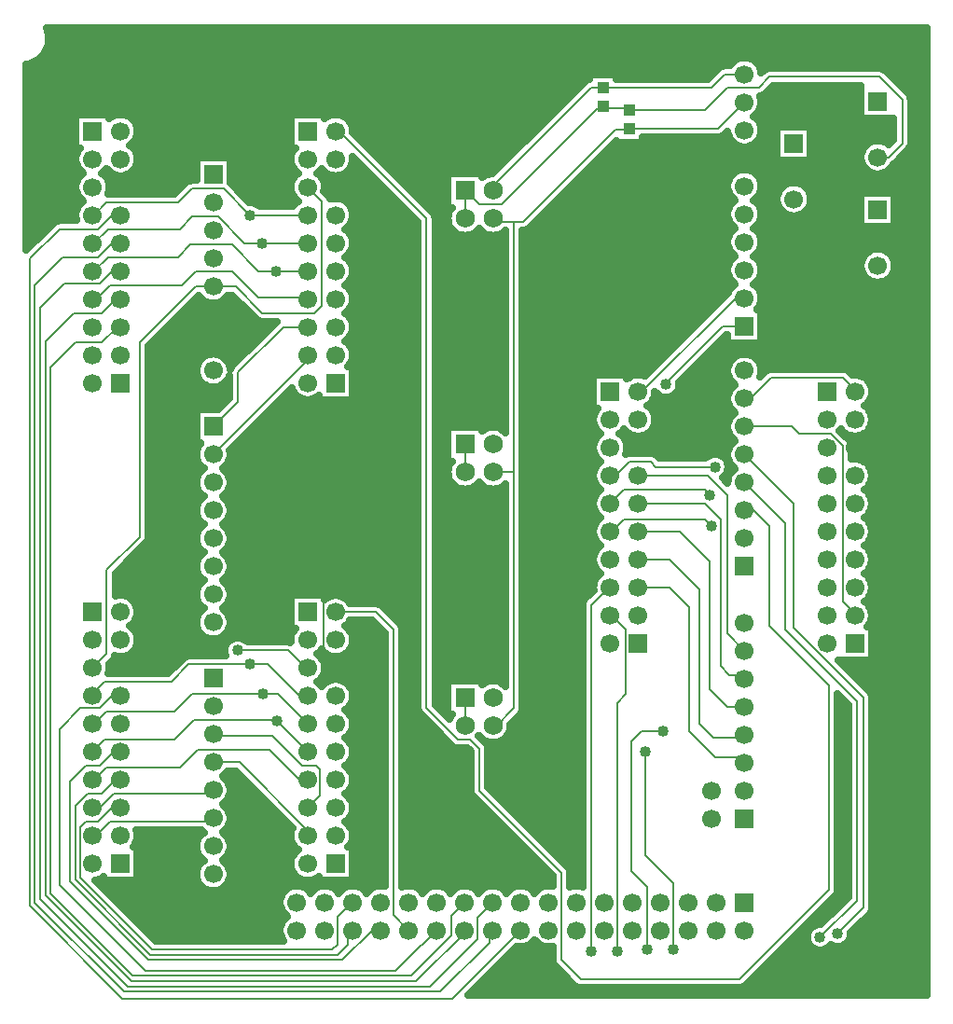
<source format=gbl>
G04 DipTrace 3.0.0.1*
G04 arduino-shield_lay.GBL*
%MOIN*%
G04 #@! TF.FileFunction,Copper,L2,Bot*
G04 #@! TF.Part,Single*
G04 #@! TA.AperFunction,Conductor*
%ADD14C,0.008*%
G04 #@! TA.AperFunction,CopperBalancing*
%ADD15C,0.025*%
G04 #@! TA.AperFunction,ComponentPad*
%ADD18R,0.066929X0.066929*%
%ADD19C,0.066929*%
%ADD20R,0.068898X0.068898*%
%ADD21C,0.068898*%
%ADD22R,0.03937X0.043307*%
G04 #@! TA.AperFunction,ViaPad*
%ADD23C,0.04*%
%FSLAX26Y26*%
G04*
G70*
G90*
G75*
G01*
G04 Bottom*
%LPD*%
X2550406Y3619325D2*
D14*
Y3613075D1*
X2637915D1*
X2644165Y3606824D1*
X2550406Y3613075D2*
X2531654D1*
X2187867Y3269289D1*
X2106609D1*
X2056604Y3319294D1*
Y3219294D1*
X1156509Y2975550D2*
X1237726D1*
X1331528Y2881748D1*
X1519047D1*
X1544050Y2906751D1*
Y3281811D1*
X1494045Y3331816D1*
X2056604Y1506604D2*
Y1406604D1*
Y2412949D2*
Y2312949D1*
X3531759Y3438077D2*
X3569283D1*
X3619268Y3488062D1*
Y3644328D1*
X3538009Y3725587D1*
X3144218D1*
X3106714Y3688083D1*
X2994202D1*
X2912944Y3606824D1*
X2644165D1*
X725224Y1612802D2*
X775219Y1662797D1*
Y1962902D1*
X893982Y2081664D1*
Y2775487D1*
X1094045Y2975550D1*
X1156509D1*
X1494045Y1612886D2*
X1487773D1*
X1425287Y1675371D1*
X1244018D1*
X825224Y1212802D2*
X806451D1*
X756467Y1162818D1*
X706462D1*
X662707Y1119063D1*
Y856535D1*
X931486Y587757D1*
X1600306D1*
X1637810Y625261D1*
Y657928D1*
X1655142Y675260D1*
X825214Y2931816D2*
X806535D1*
X756467Y2881748D1*
X656457D1*
X556446Y2781738D1*
Y800280D1*
X862726Y494000D1*
X1881588D1*
X2062848Y675260D1*
X2055142D1*
X2675408Y2000469D2*
X2787867D1*
X2894192Y1894144D1*
Y1412844D1*
X2944197Y1362839D1*
X3042657D1*
X3055142Y1375323D1*
X825224Y1312802D2*
X800190D1*
X750217Y1262828D1*
X700211D1*
X643955Y1206572D1*
Y850285D1*
X925235Y569005D1*
X1619058D1*
X1725312Y675260D1*
X1755142D1*
X825214Y3031816D2*
X794024D1*
X750217Y2988009D1*
X625203D1*
X537694Y2900500D1*
Y787778D1*
X850222Y475249D1*
X1931594D1*
X2100358Y644013D1*
Y720476D1*
X2155142Y775260D1*
X2675408Y2100469D2*
X2825382D1*
X2931696Y1994155D1*
Y1537857D1*
X2994230Y1475323D1*
X3055142D1*
X825224Y1512802D2*
X793919D1*
X750217Y1469100D1*
X681459D1*
X606451Y1394092D1*
Y837783D1*
X912734Y531501D1*
X1806577D1*
X1900337Y625261D1*
X1905143D1*
X1955142Y675260D1*
X825214Y3231816D2*
X794003D1*
X743966Y3181780D1*
X606451D1*
X500190Y3075518D1*
Y762776D1*
X831466Y431500D1*
X2011382D1*
X2255142Y675260D1*
X2675408Y2300469D2*
X2925413D1*
X2994202Y2231680D1*
Y1736262D1*
X3055142Y1675323D1*
X825214Y3131816D2*
X794013D1*
X743966Y3081769D1*
X618953D1*
X518942Y2981759D1*
Y775277D1*
X837719Y456500D1*
X1969101D1*
X2144113Y631512D1*
Y664231D1*
X2155142Y675260D1*
X2675408Y2200469D2*
X2912902D1*
X2969199Y2144171D1*
Y1619115D1*
X3000453Y1587862D1*
X3042602D1*
X3055142Y1575323D1*
X1594045Y1612886D2*
Y1619126D1*
X1550301Y1662870D1*
Y2094165D1*
X1694066Y2237930D1*
Y3263038D1*
X1625287Y3331816D1*
X1594045D1*
X725224Y1512802D2*
Y1519115D1*
X768969Y1562860D1*
X1006493D1*
X1069000Y1625366D1*
X1287234D1*
X1350280D1*
X1462760Y1512886D1*
X1494045D1*
Y3231816D2*
X1287773D1*
X2575408Y2300469D2*
X2594192D1*
X2644165Y2350442D1*
X2719173D1*
X2737925Y2331690D1*
X2950448D1*
X725214Y3231816D2*
X731496D1*
X775219Y3275539D1*
X1031496D1*
X1081501Y3325545D1*
X1194045D1*
X1287773Y3231816D1*
X725224Y1412802D2*
X731423D1*
X775219Y1456598D1*
X1018995D1*
X1081501Y1519105D1*
X1333601D1*
X1387825D1*
X1494045Y1412886D1*
X2575408Y2200469D2*
X2575450D1*
X2625413Y2250432D1*
X2912944D1*
X2931696Y2231680D1*
X1494045Y3131816D2*
X1331528Y3131774D1*
X725214Y3131816D2*
Y3125524D1*
X781470Y3181780D1*
X1037747D1*
X1081501Y3225534D1*
X1175261D1*
X1269021Y3131774D1*
X1331528D1*
X725224Y1012802D2*
X737715D1*
X787720Y1062807D1*
X1143949D1*
X1156520Y1075378D1*
X1494045Y1012886D2*
Y1031554D1*
X1250220Y1275378D1*
X1156520D1*
X1494045Y2731816D2*
Y2712982D1*
X1156520Y2375457D1*
X2575408Y1800469D2*
X2581575D1*
X2631664Y1750379D1*
Y1519105D1*
X2600411Y1487852D1*
Y600259D1*
X2762928Y1387841D2*
X2687920D1*
X2650416Y1350337D1*
Y887789D1*
X2706672Y831533D1*
Y606509D1*
X3387993Y662765D2*
X3481753Y756525D1*
Y1506604D1*
X3231727Y1756630D1*
Y2198790D1*
X3055142Y2375375D1*
X1594045Y1812886D2*
X1737820D1*
X1800327Y1750379D1*
Y730075D1*
X1855142Y675260D1*
X1594045Y3531816D2*
X1606556D1*
X1919089Y3219283D1*
Y1469100D1*
X2031601Y1356588D1*
X2075356D1*
X2106609Y1325335D1*
Y1175319D1*
X2400390Y881538D1*
Y569005D1*
X2469147Y500248D1*
X3037957D1*
X3356740Y819031D1*
Y1550358D1*
X3144218Y1762881D1*
Y2119168D1*
X3088010Y2175375D1*
X3055142D1*
X2675408Y2600469D2*
X2687920D1*
X3022672Y2935220D1*
X3055142D1*
X3450490Y2600469D2*
Y2606730D1*
X3406745Y2650474D1*
X3150469D1*
X3055142Y2555147D1*
Y2575375D1*
X825224Y1112802D2*
X793961D1*
X743966Y1062807D1*
X700211D1*
X681459Y1044055D1*
Y862786D1*
X937736Y606509D1*
X1581554D1*
X1600306Y625261D1*
Y725272D1*
X1650294Y775260D1*
X1655142D1*
X825214Y2831816D2*
X812797D1*
X756467Y2775487D1*
X662707D1*
X575198Y2687978D1*
Y806530D1*
X868978Y512749D1*
X1862833D1*
X2006598Y656514D1*
Y726717D1*
X2055142Y775260D1*
X2675408Y1900469D2*
X2787857D1*
X2856688Y1831638D1*
Y1387841D1*
X2950448Y1294081D1*
X3036383D1*
X3055142Y1275323D1*
X725224Y1212802D2*
X731444D1*
X775219Y1256577D1*
X1037747D1*
X1100253Y1319084D1*
X1356530D1*
X1462728Y1212886D1*
X1494045D1*
X725214Y2931816D2*
X737778D1*
X787720Y2981759D1*
X1043997D1*
X1094003Y3031764D1*
X1225266D1*
X1319026Y2938004D1*
X1487857D1*
X1494045Y2931816D1*
X2550406Y3686255D2*
X2936118D1*
X2985084Y3735220D1*
X3055142D1*
X2550406Y3686255D2*
Y3688083D1*
X2506651D1*
X2156604Y3338035D1*
Y3319294D1*
X2644165Y3539895D2*
X2959816D1*
X3055142Y3635220D1*
X2644165Y3539895D2*
X2633492D1*
X2631664Y3538067D1*
X2594160D1*
X2262875Y3206782D1*
X2156604D1*
Y3219294D1*
Y3206782D2*
X2231622D1*
Y2312949D1*
Y1469100D1*
X2162865Y1400343D1*
X2156604Y1406604D1*
Y2312949D2*
X2231622D1*
X3325487Y650264D2*
X3456751Y781528D1*
Y1494102D1*
X3200474Y1750379D1*
Y2130043D1*
X3055142Y2275375D1*
X2775429Y2625471D2*
X2769178D1*
X2978928Y2835220D1*
X3055142D1*
Y2475375D2*
X3225556D1*
X3250479Y2450453D1*
X3362991D1*
X3406745Y2406698D1*
Y1850390D1*
X3450490Y1806646D1*
Y1800469D1*
X725224Y1112802D2*
X750206D1*
X800222Y1162818D1*
X1143959D1*
X1156520Y1175378D1*
X1494045Y1112886D2*
X1494118D1*
X1537799Y1156567D1*
Y1250327D1*
X1525298Y1262828D1*
X1475293D1*
X1369031Y1369089D1*
X1162808D1*
X1156520Y1375378D1*
X1494045Y2831816D2*
X1406609D1*
X1244018Y2669226D1*
Y2562955D1*
X1156520Y2475457D1*
X2575408Y1900469D2*
X2569231D1*
X2506651Y1837888D1*
Y600259D1*
X2700421Y1312833D2*
Y944045D1*
X2800432Y844034D1*
Y606509D1*
X725224Y1312802D2*
X769010Y1356588D1*
X1018995D1*
X1087752Y1425345D1*
X1381585D1*
X1383215Y1423715D1*
X1494045Y1312886D1*
X725214Y3031816D2*
Y3025513D1*
X781470Y3081769D1*
X1031496D1*
X1075251Y3125524D1*
X1225266D1*
X1319026Y3031764D1*
X1381533D1*
X1494045Y3031816D2*
X1381533Y3031764D1*
X2575408Y2100469D2*
X2581711D1*
X2625413Y2144171D1*
X2912944D1*
X2937946Y2119168D1*
D23*
X1244018Y1675371D3*
X1287773Y3231816D3*
X2950448Y2331690D3*
X1287234Y1625366D3*
X2931696Y2231680D3*
X1331528Y3131774D3*
D3*
X1333601Y1519105D3*
X2600411Y600259D3*
X2762928Y1387841D3*
X2706672Y606509D3*
X3387993Y662765D3*
X3325487Y650264D3*
X2775429Y2625471D3*
X2506651Y600259D3*
X2700421Y1312833D3*
X2800432Y606509D3*
X1381533Y3031764D3*
D3*
X2937946Y2119168D3*
X1383215Y1423715D3*
X569522Y3875382D2*
D15*
X3703975D1*
X569571Y3850513D2*
X3703975D1*
X562638Y3825644D2*
X3703975D1*
X546573Y3800776D2*
X3703975D1*
X510001Y3775907D2*
X3008419D1*
X3101846D2*
X3703975D1*
X490274Y3751038D2*
X2955098D1*
X3557510D2*
X3703975D1*
X490274Y3726169D2*
X2501631D1*
X2599210D2*
X2930245D1*
X3583194D2*
X3703975D1*
X490274Y3701301D2*
X2474093D1*
X3608097D2*
X3703975D1*
X490274Y3676432D2*
X2449190D1*
X3140861D2*
X3469161D1*
X3632950D2*
X3703975D1*
X490274Y3651563D2*
X2424337D1*
X3115470D2*
X3469161D1*
X3651505D2*
X3703975D1*
X490274Y3626694D2*
X2399483D1*
X3117130D2*
X3469161D1*
X3652383D2*
X3703975D1*
X490274Y3601825D2*
X2374581D1*
X3107559D2*
X3469161D1*
X3652383D2*
X3703975D1*
X490274Y3576957D2*
X662618D1*
X867374D2*
X1431466D1*
X1636173D2*
X2349727D1*
X3100870D2*
X3586154D1*
X3652383D2*
X3703975D1*
X490274Y3552088D2*
X662618D1*
X884269D2*
X1431466D1*
X1653117D2*
X2324874D1*
X3115323D2*
X3586154D1*
X3652383D2*
X3703975D1*
X490274Y3527219D2*
X662618D1*
X887589D2*
X1431466D1*
X1656925D2*
X2300021D1*
X3117178D2*
X3169161D1*
X3294278D2*
X3586154D1*
X3652383D2*
X3703975D1*
X490274Y3502350D2*
X662618D1*
X880070D2*
X1431466D1*
X1681827D2*
X2275118D1*
X2692959D2*
X3002365D1*
X3107950D2*
X3169161D1*
X3294278D2*
X3586154D1*
X3652383D2*
X3703975D1*
X490274Y3477482D2*
X662618D1*
X866739D2*
X1431466D1*
X1706681D2*
X2250265D1*
X2579386D2*
X3036055D1*
X3074210D2*
X3169161D1*
X3294278D2*
X3483907D1*
X3650479D2*
X3703975D1*
X490274Y3452613D2*
X666378D1*
X884073D2*
X1435177D1*
X1731534D2*
X2225411D1*
X2554483D2*
X3169161D1*
X3294278D2*
X3470967D1*
X3629630D2*
X3703975D1*
X490274Y3427744D2*
X662765D1*
X887638D2*
X1093917D1*
X1219083D2*
X1431613D1*
X1756437D2*
X2200509D1*
X2529630D2*
X3470089D1*
X3604727D2*
X3703975D1*
X490274Y3402875D2*
X670089D1*
X880362D2*
X1093917D1*
X1219083D2*
X1438887D1*
X1649210D2*
X1689718D1*
X1781290D2*
X2175655D1*
X2504777D2*
X3480587D1*
X3582950D2*
X3703975D1*
X490274Y3378007D2*
X684298D1*
X766105D2*
X796017D1*
X854434D2*
X1093917D1*
X1219083D2*
X1453146D1*
X1534953D2*
X1564815D1*
X1623234D2*
X1714571D1*
X1806143D2*
X1993038D1*
X2120157D2*
X2137325D1*
X2479874D2*
X3010470D1*
X3099795D2*
X3703975D1*
X490274Y3353138D2*
X666573D1*
X783878D2*
X1065743D1*
X1219083D2*
X1435373D1*
X1552726D2*
X1739425D1*
X1831046D2*
X1993038D1*
X2455021D2*
X2995285D1*
X3114982D2*
X3703975D1*
X490274Y3328269D2*
X662765D1*
X787686D2*
X1038449D1*
X1237101D2*
X1431563D1*
X1556534D2*
X1764327D1*
X1855899D2*
X1993038D1*
X2430167D2*
X2992990D1*
X3117325D2*
X3184591D1*
X3278849D2*
X3703975D1*
X490274Y3303400D2*
X669795D1*
X1261954D2*
X1438594D1*
X1568253D2*
X1789181D1*
X1880753D2*
X1993038D1*
X2405265D2*
X3001681D1*
X3108585D2*
X3171163D1*
X3292325D2*
X3469161D1*
X3594327D2*
X3703975D1*
X490274Y3278531D2*
X684933D1*
X1286857D2*
X1453781D1*
X1634318D2*
X1814034D1*
X1905606D2*
X1993038D1*
X2380411D2*
X3011007D1*
X3099259D2*
X3169894D1*
X3293546D2*
X3469161D1*
X3594327D2*
X3703975D1*
X490274Y3253663D2*
X666769D1*
X1652530D2*
X1838937D1*
X1930509D2*
X2003634D1*
X2355558D2*
X2995479D1*
X3114835D2*
X3179953D1*
X3283487D2*
X3469161D1*
X3594327D2*
X3703975D1*
X490274Y3228794D2*
X662715D1*
X1656534D2*
X1863790D1*
X1950675D2*
X1993770D1*
X2330655D2*
X2992891D1*
X3117374D2*
X3219406D1*
X3244034D2*
X3469161D1*
X3594327D2*
X3703975D1*
X490274Y3203925D2*
X582833D1*
X1649747D2*
X1885958D1*
X1952189D2*
X1994991D1*
X2305802D2*
X3001339D1*
X3108927D2*
X3469161D1*
X3594327D2*
X3703975D1*
X490274Y3179056D2*
X557930D1*
X1633634D2*
X1885958D1*
X1952189D2*
X2008175D1*
X2278361D2*
X3011543D1*
X3098722D2*
X3703975D1*
X490274Y3154188D2*
X533077D1*
X1652286D2*
X1885958D1*
X1952189D2*
X2198507D1*
X2264738D2*
X2995626D1*
X3114639D2*
X3703975D1*
X490274Y3129319D2*
X508251D1*
X1656583D2*
X1885958D1*
X1952189D2*
X2198507D1*
X2264738D2*
X2992843D1*
X3117423D2*
X3703975D1*
X1650041Y3104450D2*
X1885958D1*
X1952189D2*
X2198507D1*
X2264738D2*
X3001046D1*
X3109219D2*
X3502755D1*
X3560782D2*
X3703975D1*
X1632999Y3079581D2*
X1885958D1*
X1952189D2*
X2198507D1*
X2264738D2*
X3012130D1*
X3098135D2*
X3476681D1*
X3586857D2*
X3703975D1*
X1652091Y3054713D2*
X1885958D1*
X1952189D2*
X2198507D1*
X2264738D2*
X2995822D1*
X3114445D2*
X3469307D1*
X3594181D2*
X3703975D1*
X1656583Y3029844D2*
X1885958D1*
X1952189D2*
X2198507D1*
X2264738D2*
X2992794D1*
X3117471D2*
X3472873D1*
X3590665D2*
X3703975D1*
X1650285Y3004975D2*
X1885958D1*
X1952189D2*
X2198507D1*
X2264738D2*
X3000753D1*
X3109562D2*
X3490109D1*
X3573429D2*
X3703975D1*
X1632266Y2980106D2*
X1885958D1*
X1952189D2*
X2198507D1*
X2264738D2*
X3012715D1*
X3097550D2*
X3703975D1*
X1651846Y2955238D2*
X1885958D1*
X1952189D2*
X2198507D1*
X2264738D2*
X2996017D1*
X3114298D2*
X3703975D1*
X1094669Y2930369D2*
X1114425D1*
X1198625D2*
X1237130D1*
X1656583D2*
X1885958D1*
X1952189D2*
X2198507D1*
X2264738D2*
X2972042D1*
X3117521D2*
X3703975D1*
X1069766Y2905500D2*
X1261983D1*
X1650529D2*
X1885958D1*
X1952189D2*
X2198507D1*
X2264738D2*
X2947139D1*
X3109854D2*
X3703975D1*
X1044913Y2880631D2*
X1286837D1*
X1631583D2*
X1885958D1*
X1952189D2*
X2198507D1*
X2264738D2*
X2922286D1*
X3117715D2*
X3703975D1*
X1020059Y2855762D2*
X1312862D1*
X1651651D2*
X1885958D1*
X1952189D2*
X2198507D1*
X2264738D2*
X2897433D1*
X3117715D2*
X3703975D1*
X995157Y2830894D2*
X1359883D1*
X1656631D2*
X1885958D1*
X1952189D2*
X2198507D1*
X2264738D2*
X2872579D1*
X3117715D2*
X3703975D1*
X970303Y2806025D2*
X1335030D1*
X1650822D2*
X1885958D1*
X1952189D2*
X2198507D1*
X2264738D2*
X2847677D1*
X3117715D2*
X3703975D1*
X945450Y2781156D2*
X1310177D1*
X1630802D2*
X1885958D1*
X1952189D2*
X2198507D1*
X2264738D2*
X2822823D1*
X2970646D2*
X2992550D1*
X3117715D2*
X3703975D1*
X927091Y2756287D2*
X1285274D1*
X1651407D2*
X1885958D1*
X1952189D2*
X2198507D1*
X2264738D2*
X2797970D1*
X2945791D2*
X3703975D1*
X927091Y2731419D2*
X1131906D1*
X1181094D2*
X1260421D1*
X1656631D2*
X1885958D1*
X1952189D2*
X2198507D1*
X2264738D2*
X2773067D1*
X2920938D2*
X3031026D1*
X3079289D2*
X3703975D1*
X927091Y2706550D2*
X1102559D1*
X1210490D2*
X1235567D1*
X1651066D2*
X1885958D1*
X1952189D2*
X2198507D1*
X2264738D2*
X2748214D1*
X2896037D2*
X3001290D1*
X3108975D2*
X3703975D1*
X927091Y2681681D2*
X1094259D1*
X1656631D2*
X1885958D1*
X1952189D2*
X2198507D1*
X2264738D2*
X2723361D1*
X2871182D2*
X2992891D1*
X3117374D2*
X3703975D1*
X927091Y2656812D2*
X1096945D1*
X1656631D2*
X1885958D1*
X1952189D2*
X2198507D1*
X2264738D2*
X2512814D1*
X2637979D2*
X2652071D1*
X2846329D2*
X2995529D1*
X3473819D2*
X3703975D1*
X927091Y2631944D2*
X1112667D1*
X1656631D2*
X1885958D1*
X1952189D2*
X2198507D1*
X2264738D2*
X2512814D1*
X2824063D2*
X3011154D1*
X3504142D2*
X3703975D1*
X927091Y2607075D2*
X1210909D1*
X1656631D2*
X1885958D1*
X1952189D2*
X2198507D1*
X2264738D2*
X2512814D1*
X2820743D2*
X3001631D1*
X3512686D2*
X3703975D1*
X927091Y2582206D2*
X1210909D1*
X1409073D2*
X1457541D1*
X1656631D2*
X1885958D1*
X1952189D2*
X2198507D1*
X2264738D2*
X2512814D1*
X2735147D2*
X2755587D1*
X2795255D2*
X2992941D1*
X3510245D2*
X3703975D1*
X927091Y2557337D2*
X1192598D1*
X1384171D2*
X1885958D1*
X1952189D2*
X2198507D1*
X2264738D2*
X2512814D1*
X2719718D2*
X2995333D1*
X3494815D2*
X3703975D1*
X927091Y2532469D2*
X1093966D1*
X1359318D2*
X1885958D1*
X1952189D2*
X2198507D1*
X2264738D2*
X2522042D1*
X2728751D2*
X3010617D1*
X3503849D2*
X3703975D1*
X927091Y2507600D2*
X1093966D1*
X1334463D2*
X1885958D1*
X1952189D2*
X2198507D1*
X2264738D2*
X2513253D1*
X2737541D2*
X3001925D1*
X3512638D2*
X3703975D1*
X927091Y2482731D2*
X1093966D1*
X1309562D2*
X1885958D1*
X1952189D2*
X2198507D1*
X2264738D2*
X2515499D1*
X2735294D2*
X2993038D1*
X3510391D2*
X3703975D1*
X927091Y2457862D2*
X1093966D1*
X1284709D2*
X1885958D1*
X1952189D2*
X1993038D1*
X2264738D2*
X2530538D1*
X2720255D2*
X2995186D1*
X3495353D2*
X3703975D1*
X927091Y2432993D2*
X1093966D1*
X1259854D2*
X1885958D1*
X1952189D2*
X1993038D1*
X2264738D2*
X2522383D1*
X2628409D2*
X3010079D1*
X3426261D2*
X3703975D1*
X927091Y2408125D2*
X1103585D1*
X1235001D2*
X1885958D1*
X1952189D2*
X1993038D1*
X2264738D2*
X2513302D1*
X2637491D2*
X3002266D1*
X3439835D2*
X3703975D1*
X927091Y2383256D2*
X1094454D1*
X1218594D2*
X1885958D1*
X1952189D2*
X1993038D1*
X2264738D2*
X2515353D1*
X2635441D2*
X2993087D1*
X3439835D2*
X3703975D1*
X927091Y2358387D2*
X1096407D1*
X1216642D2*
X1885958D1*
X1952189D2*
X1993038D1*
X2264738D2*
X2530050D1*
X3468937D2*
X3703975D1*
X927091Y2333518D2*
X1111007D1*
X1202042D2*
X1885958D1*
X1952189D2*
X1996602D1*
X2264738D2*
X2522726D1*
X3503165D2*
X3703975D1*
X927091Y2308650D2*
X1103927D1*
X1209073D2*
X1885958D1*
X1952189D2*
X1993185D1*
X2264738D2*
X2513399D1*
X3512491D2*
X3703975D1*
X927091Y2283781D2*
X1094503D1*
X1218497D2*
X1885958D1*
X1952189D2*
X2000459D1*
X2264738D2*
X2515206D1*
X3510685D2*
X3703975D1*
X927091Y2258912D2*
X1096261D1*
X1216789D2*
X1885958D1*
X1952189D2*
X2025655D1*
X2087541D2*
X2125655D1*
X2264738D2*
X2529513D1*
X3496378D2*
X3703975D1*
X927091Y2234043D2*
X1110518D1*
X1202530D2*
X1885958D1*
X1952189D2*
X2198507D1*
X2264738D2*
X2523067D1*
X3502823D2*
X3703975D1*
X927091Y2209175D2*
X1104318D1*
X1208731D2*
X1885958D1*
X1952189D2*
X2198507D1*
X2264738D2*
X2513449D1*
X3512442D2*
X3703975D1*
X927091Y2184306D2*
X1094601D1*
X1218449D2*
X1885958D1*
X1952189D2*
X2198507D1*
X2264738D2*
X2515059D1*
X3510831D2*
X3703975D1*
X927091Y2159437D2*
X1096114D1*
X1216934D2*
X1885958D1*
X1952189D2*
X2198507D1*
X2264738D2*
X2529025D1*
X3496866D2*
X3703975D1*
X927091Y2134568D2*
X1110030D1*
X1203018D2*
X1885958D1*
X1952189D2*
X2198507D1*
X2264738D2*
X2523458D1*
X3502433D2*
X3703975D1*
X927091Y2109699D2*
X1104659D1*
X1208390D2*
X1885958D1*
X1952189D2*
X2198507D1*
X2264738D2*
X2513546D1*
X3512345D2*
X3703975D1*
X927091Y2084831D2*
X1094698D1*
X1218350D2*
X1885958D1*
X1952189D2*
X2198507D1*
X2264738D2*
X2514913D1*
X3510978D2*
X3703975D1*
X918058Y2059962D2*
X1095967D1*
X1217081D2*
X1885958D1*
X1952189D2*
X2198507D1*
X2264738D2*
X2528537D1*
X3497354D2*
X3703975D1*
X893205Y2035093D2*
X1109542D1*
X1203507D2*
X1885958D1*
X1952189D2*
X2198507D1*
X2264738D2*
X2523799D1*
X3502091D2*
X3703975D1*
X868350Y2010224D2*
X1105050D1*
X1207999D2*
X1885958D1*
X1952189D2*
X2198507D1*
X2264738D2*
X2513643D1*
X3512247D2*
X3703975D1*
X843449Y1985356D2*
X1094747D1*
X1218253D2*
X1885958D1*
X1952189D2*
X2198507D1*
X2264738D2*
X2514766D1*
X3511125D2*
X3703975D1*
X818594Y1960487D2*
X1095822D1*
X1217178D2*
X1885958D1*
X1952189D2*
X2198507D1*
X2264738D2*
X2528047D1*
X3497843D2*
X3703975D1*
X808341Y1935618D2*
X1109054D1*
X1203995D2*
X1885958D1*
X1952189D2*
X2198507D1*
X2264738D2*
X2524190D1*
X3501701D2*
X3703975D1*
X808341Y1910749D2*
X1105391D1*
X1207657D2*
X1885958D1*
X1952189D2*
X2198507D1*
X2264738D2*
X2513741D1*
X3512198D2*
X3703975D1*
X808341Y1885881D2*
X1094845D1*
X1218205D2*
X1885958D1*
X1952189D2*
X2198507D1*
X2264738D2*
X2508858D1*
X3511270D2*
X3703975D1*
X863566Y1861012D2*
X1095723D1*
X1217325D2*
X1431466D1*
X1632510D2*
X1885958D1*
X1952189D2*
X2198507D1*
X2264738D2*
X2484005D1*
X3498282D2*
X3703975D1*
X883097Y1836143D2*
X1108614D1*
X1204434D2*
X1431466D1*
X1760245D2*
X1885958D1*
X1952189D2*
X2198507D1*
X2264738D2*
X2473555D1*
X3501310D2*
X3703975D1*
X887785Y1811274D2*
X1105782D1*
X1207266D2*
X1431466D1*
X1785245D2*
X1885958D1*
X1952189D2*
X2198507D1*
X2264738D2*
X2473555D1*
X3512101D2*
X3703975D1*
X881681Y1786406D2*
X1094942D1*
X1218106D2*
X1431466D1*
X1810098D2*
X1885958D1*
X1952189D2*
X2198507D1*
X2264738D2*
X2473555D1*
X3511417D2*
X3703975D1*
X862833Y1761537D2*
X1095577D1*
X1217471D2*
X1431466D1*
X1631778D2*
X1743379D1*
X1831339D2*
X1885958D1*
X1952189D2*
X2198507D1*
X2264738D2*
X2473555D1*
X3498722D2*
X3703975D1*
X882853Y1736668D2*
X1108126D1*
X1204874D2*
X1436398D1*
X1651701D2*
X1767209D1*
X1833438D2*
X1885958D1*
X1952189D2*
X2198507D1*
X2264738D2*
X2473555D1*
X3513077D2*
X3703975D1*
X887785Y1711799D2*
X1212423D1*
X1275577D2*
X1431466D1*
X1656631D2*
X1767209D1*
X1833438D2*
X1885958D1*
X1952189D2*
X2198507D1*
X2264738D2*
X2473555D1*
X3513077D2*
X3703975D1*
X881925Y1686930D2*
X1196358D1*
X1650723D2*
X1767209D1*
X1833438D2*
X1885958D1*
X1952189D2*
X2198507D1*
X2264738D2*
X2473555D1*
X3513077D2*
X3703975D1*
X859903Y1662062D2*
X1196846D1*
X1531046D2*
X1559493D1*
X1628555D2*
X1767209D1*
X1833438D2*
X1885958D1*
X1952189D2*
X2198507D1*
X2264738D2*
X2473555D1*
X3513077D2*
X3703975D1*
X795402Y1637193D2*
X1035030D1*
X1551505D2*
X1767209D1*
X1833438D2*
X1885958D1*
X1952189D2*
X2198507D1*
X2264738D2*
X2473555D1*
X3396963D2*
X3703975D1*
X787785Y1612324D2*
X1010177D1*
X1556631D2*
X1767209D1*
X1833438D2*
X1885958D1*
X1952189D2*
X2198507D1*
X2264738D2*
X2473555D1*
X3421818D2*
X3703975D1*
X1550967Y1587455D2*
X1767209D1*
X1833438D2*
X1885958D1*
X1952189D2*
X2198507D1*
X2264738D2*
X2473555D1*
X3446671D2*
X3703975D1*
X1530314Y1562587D2*
X1557785D1*
X1630314D2*
X1767209D1*
X1833438D2*
X1885958D1*
X1952189D2*
X1993038D1*
X2183487D2*
X2198507D1*
X2264738D2*
X2473555D1*
X3471573D2*
X3703975D1*
X1651261Y1537718D2*
X1767209D1*
X1833438D2*
X1885958D1*
X1952189D2*
X1993038D1*
X2264738D2*
X2473555D1*
X3496427D2*
X3703975D1*
X1656631Y1512849D2*
X1767209D1*
X1833438D2*
X1885958D1*
X1952189D2*
X1993038D1*
X2264738D2*
X2473555D1*
X3514201D2*
X3703975D1*
X1651211Y1487980D2*
X1767209D1*
X1833438D2*
X1885958D1*
X1952189D2*
X1993038D1*
X2264738D2*
X2473555D1*
X3389835D2*
X3417062D1*
X3514883D2*
X3703975D1*
X1630167Y1463112D2*
X1767209D1*
X1833438D2*
X1886593D1*
X1970890D2*
X1993038D1*
X2264151D2*
X2473555D1*
X3389835D2*
X3423654D1*
X3514883D2*
X3703975D1*
X1651017Y1438243D2*
X1767209D1*
X1833438D2*
X1904171D1*
X2246573D2*
X2473555D1*
X3389835D2*
X3423654D1*
X3514883D2*
X3703975D1*
X1656631Y1413374D2*
X1767209D1*
X1833438D2*
X1929025D1*
X2221671D2*
X2473555D1*
X3389835D2*
X3423654D1*
X3514883D2*
X3703975D1*
X1651457Y1388505D2*
X1767209D1*
X1833438D2*
X1953878D1*
X2217423D2*
X2473555D1*
X3389835D2*
X3423654D1*
X3514883D2*
X3703975D1*
X1630949Y1363636D2*
X1767209D1*
X1833438D2*
X1978781D1*
X2202482D2*
X2473555D1*
X3389835D2*
X3423654D1*
X3514883D2*
X3703975D1*
X1650773Y1338768D2*
X1767209D1*
X1833438D2*
X2003634D1*
X2136613D2*
X2473555D1*
X3389835D2*
X3423654D1*
X3514883D2*
X3703975D1*
X1656631Y1313899D2*
X1767209D1*
X1833438D2*
X2072238D1*
X2139738D2*
X2473555D1*
X3389835D2*
X3423654D1*
X3514883D2*
X3703975D1*
X1651701Y1289030D2*
X1767209D1*
X1833438D2*
X2073507D1*
X2139738D2*
X2473555D1*
X3389835D2*
X3423654D1*
X3514883D2*
X3703975D1*
X1631681Y1264161D2*
X1767209D1*
X1833438D2*
X2073507D1*
X2139738D2*
X2473555D1*
X3389835D2*
X3423654D1*
X3514883D2*
X3703975D1*
X1207071Y1239293D2*
X1240499D1*
X1650529D2*
X1767209D1*
X1833438D2*
X2073507D1*
X2139738D2*
X2473555D1*
X3389835D2*
X3423654D1*
X3514883D2*
X3703975D1*
X1204678Y1214424D2*
X1265402D1*
X1656583D2*
X1767209D1*
X1833438D2*
X2073507D1*
X2139738D2*
X2473555D1*
X3389835D2*
X3423654D1*
X3514883D2*
X3703975D1*
X1217374Y1189555D2*
X1290255D1*
X1651895D2*
X1767209D1*
X1833438D2*
X2073507D1*
X2139738D2*
X2473555D1*
X3389835D2*
X3423654D1*
X3514883D2*
X3703975D1*
X1218155Y1164686D2*
X1315109D1*
X1632413D2*
X1767209D1*
X1833438D2*
X2075411D1*
X2163029D2*
X2473555D1*
X3389835D2*
X3423654D1*
X3514883D2*
X3703975D1*
X1207462Y1139818D2*
X1340010D1*
X1650235D2*
X1767209D1*
X1833438D2*
X2096310D1*
X2187882D2*
X2473555D1*
X3389835D2*
X3423654D1*
X3514883D2*
X3703975D1*
X1204239Y1114949D2*
X1364865D1*
X1656583D2*
X1767209D1*
X1833438D2*
X2121211D1*
X2212785D2*
X2473555D1*
X3389835D2*
X3423654D1*
X3514883D2*
X3703975D1*
X1217277Y1090080D2*
X1389718D1*
X1652139D2*
X1767209D1*
X1833438D2*
X2146066D1*
X2237638D2*
X2473555D1*
X3389835D2*
X3423654D1*
X3514883D2*
X3703975D1*
X1218205Y1065211D2*
X1414621D1*
X1633097D2*
X1767209D1*
X1833438D2*
X2170919D1*
X2262491D2*
X2473555D1*
X3389835D2*
X3423654D1*
X3514883D2*
X3703975D1*
X1207803Y1040343D2*
X1438106D1*
X1649991D2*
X1767209D1*
X1833438D2*
X2195773D1*
X2287394D2*
X2473555D1*
X3389835D2*
X3423654D1*
X3514883D2*
X3703975D1*
X887735Y1015474D2*
X1109298D1*
X1203751D2*
X1431514D1*
X1656583D2*
X1767209D1*
X1833438D2*
X2220675D1*
X2312247D2*
X2473555D1*
X3389835D2*
X3423654D1*
X3514883D2*
X3703975D1*
X883537Y990605D2*
X1095919D1*
X1217130D2*
X1435762D1*
X1652335D2*
X1767209D1*
X1833438D2*
X2245529D1*
X2337101D2*
X2473555D1*
X3389835D2*
X3423654D1*
X3514883D2*
X3703975D1*
X887785Y965736D2*
X1094747D1*
X1218302D2*
X1454318D1*
X1656631D2*
X1767209D1*
X1833438D2*
X2270382D1*
X2362003D2*
X2473555D1*
X3389835D2*
X3423654D1*
X3514883D2*
X3703975D1*
X887785Y940867D2*
X1104854D1*
X1208194D2*
X1438449D1*
X1656631D2*
X1767209D1*
X1833438D2*
X2295285D1*
X2386857D2*
X2473555D1*
X3389835D2*
X3423654D1*
X3514883D2*
X3703975D1*
X887785Y915999D2*
X1109738D1*
X1203262D2*
X1431563D1*
X1656631D2*
X1767209D1*
X1833438D2*
X2320138D1*
X2411710D2*
X2473555D1*
X3389835D2*
X3423654D1*
X3514883D2*
X3703975D1*
X887785Y891130D2*
X1096066D1*
X1216983D2*
X1435518D1*
X1656631D2*
X1767209D1*
X1833438D2*
X2344991D1*
X2431974D2*
X2473555D1*
X3389835D2*
X3423654D1*
X3514883D2*
X3703975D1*
X887785Y866261D2*
X1094650D1*
X1218399D2*
X1453537D1*
X1656631D2*
X1767209D1*
X1833438D2*
X2367257D1*
X2433487D2*
X2473555D1*
X3389835D2*
X3423654D1*
X3514883D2*
X3703975D1*
X748625Y841392D2*
X1104463D1*
X1208537D2*
X1767209D1*
X1833438D2*
X2367257D1*
X2433487D2*
X2473555D1*
X3389835D2*
X3423654D1*
X3514883D2*
X3703975D1*
X773526Y816524D2*
X1141963D1*
X1171085D2*
X1409005D1*
X3389738D2*
X3423654D1*
X3514883D2*
X3703975D1*
X798379Y791655D2*
X1394845D1*
X3375138D2*
X3421066D1*
X3514883D2*
X3703975D1*
X823234Y766786D2*
X1393185D1*
X3350285D2*
X3396211D1*
X3514883D2*
X3703975D1*
X848135Y741917D2*
X1402657D1*
X3325430D2*
X3371358D1*
X3511173D2*
X3703975D1*
X872990Y717049D2*
X1409493D1*
X3300529D2*
X3346505D1*
X3488077D2*
X3703975D1*
X897843Y692180D2*
X1394991D1*
X3275675D2*
X3302609D1*
X3463175D2*
X3703975D1*
X922745Y667311D2*
X1393087D1*
X3250822D2*
X3279610D1*
X3438322D2*
X3703975D1*
X947598Y642442D2*
X1402315D1*
X3225919D2*
X3277022D1*
X3432462D2*
X3703975D1*
X2274406Y617573D2*
X2335861D1*
X3201066D2*
X3289766D1*
X3361222D2*
X3374093D1*
X3401873D2*
X3703975D1*
X2218399Y592705D2*
X2367257D1*
X3176211D2*
X3703975D1*
X2193497Y567836D2*
X2367306D1*
X3151358D2*
X3703975D1*
X2168643Y542967D2*
X2380635D1*
X3126457D2*
X3703975D1*
X2143790Y518098D2*
X2405490D1*
X3101602D2*
X3703975D1*
X2118887Y493230D2*
X2430391D1*
X3076749D2*
X3703975D1*
X2094034Y468361D2*
X3703975D1*
X1108945Y2535531D2*
X1173349D1*
X1213423Y2575650D1*
X1213408Y2656266D1*
X1210037Y2648277D1*
X1205110Y2640239D1*
X1198988Y2633071D1*
X1191820Y2626949D1*
X1183782Y2622022D1*
X1175073Y2618415D1*
X1165907Y2616215D1*
X1156509Y2615475D1*
X1147112Y2616215D1*
X1137945Y2618415D1*
X1129236Y2622022D1*
X1121198Y2626949D1*
X1114030Y2633071D1*
X1107908Y2640239D1*
X1102982Y2648277D1*
X1099374Y2656986D1*
X1097175Y2666152D1*
X1096434Y2675550D1*
X1097175Y2684948D1*
X1099374Y2694114D1*
X1102982Y2702823D1*
X1107908Y2710861D1*
X1114030Y2718029D1*
X1121198Y2724151D1*
X1129236Y2729077D1*
X1137945Y2732685D1*
X1147112Y2734885D1*
X1156509Y2735625D1*
X1165907Y2734885D1*
X1175073Y2732685D1*
X1183782Y2729077D1*
X1191820Y2724151D1*
X1198988Y2718029D1*
X1205110Y2710861D1*
X1210037Y2702823D1*
X1213644Y2694114D1*
X1215844Y2684948D1*
X1216193Y2682001D1*
X1219255Y2687218D1*
X1222374Y2690870D1*
X1382631Y2851129D1*
X1329126Y2851232D1*
X1322068Y2852635D1*
X1315534Y2855648D1*
X1309883Y2860104D1*
X1225051Y2944936D1*
X1208185Y2944940D1*
X1202190Y2936534D1*
X1195525Y2929869D1*
X1187898Y2924328D1*
X1179499Y2920049D1*
X1170533Y2917135D1*
X1161223Y2915660D1*
X1151795D1*
X1142486Y2917135D1*
X1133520Y2920049D1*
X1125121Y2924328D1*
X1117493Y2929869D1*
X1110828Y2936534D1*
X1105543Y2943778D1*
X924584Y2762799D1*
X924497Y2079262D1*
X923093Y2072205D1*
X920081Y2065671D1*
X915626Y2060020D1*
X805797Y1950190D1*
X805829Y1869689D1*
X815827Y1872136D1*
X825224Y1872877D1*
X834622Y1872136D1*
X843789Y1869937D1*
X852497Y1866329D1*
X860535Y1861403D1*
X867703Y1855281D1*
X873825Y1848113D1*
X878752Y1840075D1*
X882360Y1831366D1*
X884559Y1822199D1*
X885299Y1812802D1*
X884559Y1803404D1*
X882360Y1794238D1*
X878752Y1785529D1*
X873825Y1777491D1*
X867703Y1770323D1*
X860535Y1764201D1*
X858497Y1762839D1*
X864240Y1758483D1*
X870906Y1751818D1*
X876446Y1744190D1*
X880726Y1735791D1*
X883639Y1726825D1*
X885114Y1717516D1*
Y1708088D1*
X883639Y1698778D1*
X880726Y1689812D1*
X876446Y1681413D1*
X870906Y1673786D1*
X864240Y1667121D1*
X856613Y1661580D1*
X848214Y1657301D1*
X839248Y1654387D1*
X829938Y1652912D1*
X820510D1*
X811201Y1654387D1*
X805122Y1656235D1*
X803500Y1651083D1*
X799983Y1644804D1*
X796864Y1641152D1*
X783433Y1627720D1*
X785114Y1617516D1*
Y1608088D1*
X783639Y1598778D1*
X782072Y1593459D1*
X993822Y1593470D1*
X1049121Y1648643D1*
X1055104Y1652640D1*
X1061854Y1655131D1*
X1069000Y1655976D1*
X1201667D1*
X1198696Y1664491D1*
X1197551Y1671714D1*
Y1679029D1*
X1198696Y1686252D1*
X1200957Y1693209D1*
X1204277Y1699726D1*
X1208576Y1705642D1*
X1213748Y1710814D1*
X1219664Y1715113D1*
X1226181Y1718433D1*
X1233138Y1720694D1*
X1240361Y1721839D1*
X1247676D1*
X1254899Y1720694D1*
X1261856Y1718433D1*
X1268373Y1715113D1*
X1274289Y1710814D1*
X1279140Y1705988D1*
X1427689Y1705887D1*
X1432442Y1705134D1*
X1434155Y1708172D1*
Y1717600D1*
X1435630Y1726909D1*
X1438543Y1735875D1*
X1442823Y1744274D1*
X1448364Y1751902D1*
X1449201Y1752808D1*
X1433970Y1752811D1*
Y1872961D1*
X1554119D1*
Y1857776D1*
X1562656Y1864108D1*
X1571055Y1868387D1*
X1580021Y1871301D1*
X1589331Y1872776D1*
X1598759D1*
X1608068Y1871301D1*
X1617034Y1868387D1*
X1625433Y1864108D1*
X1633060Y1858567D1*
X1639726Y1851902D1*
X1645707Y1843487D1*
X1740222Y1843402D1*
X1747280Y1841997D1*
X1753814Y1838986D1*
X1759465Y1834530D1*
X1823602Y1770259D1*
X1827601Y1764276D1*
X1830092Y1757525D1*
X1830937Y1750379D1*
Y830213D1*
X1836577Y832395D1*
X1845744Y834594D1*
X1855142Y835335D1*
X1864539Y834594D1*
X1873706Y832395D1*
X1882415Y828787D1*
X1890453Y823861D1*
X1897621Y817739D1*
X1903743Y810571D1*
X1905105Y808533D1*
X1909461Y814276D1*
X1916126Y820941D1*
X1923753Y826482D1*
X1932152Y830761D1*
X1941118Y833675D1*
X1950428Y835150D1*
X1959856D1*
X1969165Y833675D1*
X1978131Y830761D1*
X1986530Y826482D1*
X1994157Y820941D1*
X2000823Y814276D1*
X2005105Y808533D1*
X2009461Y814276D1*
X2016126Y820941D1*
X2023753Y826482D1*
X2032152Y830761D1*
X2041118Y833675D1*
X2050428Y835150D1*
X2059856D1*
X2069165Y833675D1*
X2078131Y830761D1*
X2086530Y826482D1*
X2094157Y820941D1*
X2100823Y814276D1*
X2105105Y808533D1*
X2109461Y814276D1*
X2116126Y820941D1*
X2123753Y826482D1*
X2132152Y830761D1*
X2141118Y833675D1*
X2150428Y835150D1*
X2159856D1*
X2169165Y833675D1*
X2178131Y830761D1*
X2186530Y826482D1*
X2194157Y820941D1*
X2200823Y814276D1*
X2205105Y808533D1*
X2209461Y814276D1*
X2216126Y820941D1*
X2223753Y826482D1*
X2232152Y830761D1*
X2241118Y833675D1*
X2250428Y835150D1*
X2259856D1*
X2269165Y833675D1*
X2278131Y830761D1*
X2286530Y826482D1*
X2294157Y820941D1*
X2300823Y814276D1*
X2305105Y808533D1*
X2309461Y814276D1*
X2316126Y820941D1*
X2323753Y826482D1*
X2332152Y830761D1*
X2341118Y833675D1*
X2350428Y835150D1*
X2359856D1*
X2369786Y833500D1*
X2369780Y868858D1*
X2083332Y1155440D1*
X2079335Y1161423D1*
X2076844Y1168173D1*
X2075999Y1175319D1*
Y1312672D1*
X2062694Y1325959D1*
X2029199Y1326072D1*
X2022142Y1327476D1*
X2015608Y1330488D1*
X2009957Y1334944D1*
X1895812Y1449220D1*
X1891815Y1455203D1*
X1889324Y1461954D1*
X1888479Y1469100D1*
Y3206648D1*
X1653306Y3441777D1*
X1654119Y3431816D1*
X1653379Y3422419D1*
X1651180Y3413252D1*
X1647572Y3404543D1*
X1642646Y3396505D1*
X1636524Y3389337D1*
X1629356Y3383215D1*
X1621318Y3378289D1*
X1612609Y3374681D1*
X1603442Y3372482D1*
X1594045Y3371741D1*
X1584647Y3372482D1*
X1575480Y3374681D1*
X1566772Y3378289D1*
X1558734Y3383215D1*
X1551566Y3389337D1*
X1545444Y3396505D1*
X1544081Y3398543D1*
X1539726Y3392801D1*
X1533060Y3386135D1*
X1527318Y3381853D1*
X1533060Y3377497D1*
X1539726Y3370832D1*
X1545266Y3363205D1*
X1549546Y3354806D1*
X1552459Y3345840D1*
X1553934Y3336530D1*
Y3327102D1*
X1552214Y3316923D1*
X1567325Y3301690D1*
X1571324Y3295707D1*
X1573816Y3288948D1*
X1575480Y3288951D1*
X1584647Y3291151D1*
X1594045Y3291891D1*
X1603442Y3291151D1*
X1612609Y3288951D1*
X1621318Y3285344D1*
X1629356Y3280417D1*
X1636524Y3274295D1*
X1642646Y3267127D1*
X1647572Y3259089D1*
X1651180Y3250381D1*
X1653379Y3241214D1*
X1654119Y3231816D1*
X1653379Y3222419D1*
X1651180Y3213252D1*
X1647572Y3204543D1*
X1642646Y3196505D1*
X1636524Y3189337D1*
X1629356Y3183215D1*
X1627318Y3181853D1*
X1633060Y3177497D1*
X1639726Y3170832D1*
X1645266Y3163205D1*
X1649546Y3154806D1*
X1652459Y3145840D1*
X1653934Y3136530D1*
Y3127102D1*
X1652459Y3117793D1*
X1649546Y3108827D1*
X1645266Y3100428D1*
X1639726Y3092801D1*
X1633060Y3086135D1*
X1627318Y3081853D1*
X1633060Y3077497D1*
X1639726Y3070832D1*
X1645266Y3063205D1*
X1649546Y3054806D1*
X1652459Y3045840D1*
X1653934Y3036530D1*
Y3027102D1*
X1652459Y3017793D1*
X1649546Y3008827D1*
X1645266Y3000428D1*
X1639726Y2992801D1*
X1633060Y2986135D1*
X1627318Y2981853D1*
X1633060Y2977497D1*
X1639726Y2970832D1*
X1645266Y2963205D1*
X1649546Y2954806D1*
X1652459Y2945840D1*
X1653934Y2936530D1*
Y2927102D1*
X1652459Y2917793D1*
X1649546Y2908827D1*
X1645266Y2900428D1*
X1639726Y2892801D1*
X1633060Y2886135D1*
X1627318Y2881853D1*
X1633060Y2877497D1*
X1639726Y2870832D1*
X1645266Y2863205D1*
X1649546Y2854806D1*
X1652459Y2845840D1*
X1653934Y2836530D1*
Y2827102D1*
X1652459Y2817793D1*
X1649546Y2808827D1*
X1645266Y2800428D1*
X1639726Y2792801D1*
X1633060Y2786135D1*
X1627318Y2781853D1*
X1633060Y2777497D1*
X1639726Y2770832D1*
X1645266Y2763205D1*
X1649546Y2754806D1*
X1652459Y2745840D1*
X1653934Y2736530D1*
Y2727102D1*
X1652459Y2717793D1*
X1649546Y2708827D1*
X1645266Y2700428D1*
X1639726Y2692801D1*
X1638787Y2691786D1*
X1654130Y2691797D1*
Y2571647D1*
X1533980D1*
Y2586832D1*
X1525444Y2580500D1*
X1517045Y2576220D1*
X1508079Y2573307D1*
X1498769Y2571832D1*
X1489341D1*
X1480031Y2573307D1*
X1471066Y2576220D1*
X1462667Y2580500D1*
X1455039Y2586041D1*
X1448374Y2592706D1*
X1442833Y2600333D1*
X1438554Y2608732D1*
X1437080Y2612726D1*
X1214720Y2390367D1*
X1216409Y2380171D1*
Y2370743D1*
X1214934Y2361433D1*
X1212021Y2352467D1*
X1207741Y2344068D1*
X1202201Y2336441D1*
X1195535Y2329776D1*
X1189793Y2325493D1*
X1195535Y2321138D1*
X1202201Y2314472D1*
X1207741Y2306845D1*
X1212021Y2298446D1*
X1214934Y2289480D1*
X1216409Y2280171D1*
Y2270743D1*
X1214934Y2261433D1*
X1212021Y2252467D1*
X1207741Y2244068D1*
X1202201Y2236441D1*
X1195535Y2229776D1*
X1189793Y2225493D1*
X1195535Y2221138D1*
X1202201Y2214472D1*
X1207741Y2206845D1*
X1212021Y2198446D1*
X1214934Y2189480D1*
X1216409Y2180171D1*
Y2170743D1*
X1214934Y2161433D1*
X1212021Y2152467D1*
X1207741Y2144068D1*
X1202201Y2136441D1*
X1195535Y2129776D1*
X1189793Y2125493D1*
X1195535Y2121138D1*
X1202201Y2114472D1*
X1207741Y2106845D1*
X1212021Y2098446D1*
X1214934Y2089480D1*
X1216409Y2080171D1*
Y2070743D1*
X1214934Y2061433D1*
X1212021Y2052467D1*
X1207741Y2044068D1*
X1202201Y2036441D1*
X1195535Y2029776D1*
X1189793Y2025493D1*
X1195535Y2021138D1*
X1202201Y2014472D1*
X1207741Y2006845D1*
X1212021Y1998446D1*
X1214934Y1989480D1*
X1216409Y1980171D1*
Y1970743D1*
X1214934Y1961433D1*
X1212021Y1952467D1*
X1207741Y1944068D1*
X1202201Y1936441D1*
X1195535Y1929776D1*
X1189793Y1925493D1*
X1195535Y1921138D1*
X1202201Y1914472D1*
X1207741Y1906845D1*
X1212021Y1898446D1*
X1214934Y1889480D1*
X1216409Y1880171D1*
Y1870743D1*
X1214934Y1861433D1*
X1212021Y1852467D1*
X1207741Y1844068D1*
X1202201Y1836441D1*
X1195535Y1829776D1*
X1189793Y1825493D1*
X1195535Y1821138D1*
X1202201Y1814472D1*
X1207741Y1806845D1*
X1212021Y1798446D1*
X1214934Y1789480D1*
X1216409Y1780171D1*
Y1770743D1*
X1214934Y1761433D1*
X1212021Y1752467D1*
X1207741Y1744068D1*
X1202201Y1736441D1*
X1195535Y1729776D1*
X1187908Y1724235D1*
X1179509Y1719955D1*
X1170543Y1717042D1*
X1161234Y1715567D1*
X1151806D1*
X1142496Y1717042D1*
X1133530Y1719955D1*
X1125131Y1724235D1*
X1117504Y1729776D1*
X1110839Y1736441D1*
X1105298Y1744068D1*
X1101018Y1752467D1*
X1098105Y1761433D1*
X1096630Y1770743D1*
Y1780171D1*
X1098105Y1789480D1*
X1101018Y1798446D1*
X1105298Y1806845D1*
X1110839Y1814472D1*
X1117504Y1821138D1*
X1123247Y1825420D1*
X1117504Y1829776D1*
X1110839Y1836441D1*
X1105298Y1844068D1*
X1101018Y1852467D1*
X1098105Y1861433D1*
X1096630Y1870743D1*
Y1880171D1*
X1098105Y1889480D1*
X1101018Y1898446D1*
X1105298Y1906845D1*
X1110839Y1914472D1*
X1117504Y1921138D1*
X1123247Y1925420D1*
X1117504Y1929776D1*
X1110839Y1936441D1*
X1105298Y1944068D1*
X1101018Y1952467D1*
X1098105Y1961433D1*
X1096630Y1970743D1*
Y1980171D1*
X1098105Y1989480D1*
X1101018Y1998446D1*
X1105298Y2006845D1*
X1110839Y2014472D1*
X1117504Y2021138D1*
X1123247Y2025420D1*
X1117504Y2029776D1*
X1110839Y2036441D1*
X1105298Y2044068D1*
X1101018Y2052467D1*
X1098105Y2061433D1*
X1096630Y2070743D1*
Y2080171D1*
X1098105Y2089480D1*
X1101018Y2098446D1*
X1105298Y2106845D1*
X1110839Y2114472D1*
X1117504Y2121138D1*
X1123247Y2125420D1*
X1117504Y2129776D1*
X1110839Y2136441D1*
X1105298Y2144068D1*
X1101018Y2152467D1*
X1098105Y2161433D1*
X1096630Y2170743D1*
Y2180171D1*
X1098105Y2189480D1*
X1101018Y2198446D1*
X1105298Y2206845D1*
X1110839Y2214472D1*
X1117504Y2221138D1*
X1123247Y2225420D1*
X1117504Y2229776D1*
X1110839Y2236441D1*
X1105298Y2244068D1*
X1101018Y2252467D1*
X1098105Y2261433D1*
X1096630Y2270743D1*
Y2280171D1*
X1098105Y2289480D1*
X1101018Y2298446D1*
X1105298Y2306845D1*
X1110839Y2314472D1*
X1117504Y2321138D1*
X1123247Y2325420D1*
X1117504Y2329776D1*
X1110839Y2336441D1*
X1105298Y2344068D1*
X1101018Y2352467D1*
X1098105Y2361433D1*
X1096630Y2370743D1*
Y2380171D1*
X1098105Y2389480D1*
X1101018Y2398446D1*
X1105298Y2406845D1*
X1110839Y2414472D1*
X1111676Y2415379D1*
X1096445Y2415382D1*
Y2535531D1*
X1108945D1*
X1208182Y1244777D2*
X1202201Y1236362D1*
X1195535Y1229697D1*
X1189793Y1225415D1*
X1195535Y1221059D1*
X1202201Y1214394D1*
X1207741Y1206766D1*
X1212021Y1198367D1*
X1214934Y1189402D1*
X1216409Y1180092D1*
Y1170664D1*
X1214934Y1161354D1*
X1212021Y1152388D1*
X1207741Y1143990D1*
X1202201Y1136362D1*
X1195535Y1129697D1*
X1189793Y1125415D1*
X1195535Y1121059D1*
X1202201Y1114394D1*
X1207741Y1106766D1*
X1212021Y1098367D1*
X1214934Y1089402D1*
X1216409Y1080092D1*
Y1070664D1*
X1214934Y1061354D1*
X1212021Y1052388D1*
X1207741Y1043990D1*
X1202201Y1036362D1*
X1195535Y1029697D1*
X1189793Y1025415D1*
X1195535Y1021059D1*
X1202201Y1014394D1*
X1207741Y1006766D1*
X1212021Y998367D1*
X1214934Y989402D1*
X1216409Y980092D1*
Y970664D1*
X1214934Y961354D1*
X1212021Y952388D1*
X1207741Y943990D1*
X1202201Y936362D1*
X1195535Y929697D1*
X1189793Y925415D1*
X1195535Y921059D1*
X1202201Y914394D1*
X1207741Y906766D1*
X1212021Y898367D1*
X1214934Y889402D1*
X1216409Y880092D1*
Y870664D1*
X1214934Y861354D1*
X1212021Y852388D1*
X1207741Y843990D1*
X1202201Y836362D1*
X1195535Y829697D1*
X1187908Y824156D1*
X1179509Y819877D1*
X1170543Y816963D1*
X1161234Y815488D1*
X1151806D1*
X1142496Y816963D1*
X1133530Y819877D1*
X1125131Y824156D1*
X1117504Y829697D1*
X1110839Y836362D1*
X1105298Y843990D1*
X1101018Y852388D1*
X1098105Y861354D1*
X1096630Y870664D1*
Y880092D1*
X1098105Y889402D1*
X1101018Y898367D1*
X1105298Y906766D1*
X1110839Y914394D1*
X1117504Y921059D1*
X1123247Y925341D1*
X1117504Y929697D1*
X1110839Y936362D1*
X1105298Y943990D1*
X1101018Y952388D1*
X1098105Y961354D1*
X1096630Y970664D1*
Y980092D1*
X1098105Y989402D1*
X1101018Y998367D1*
X1105298Y1006766D1*
X1110839Y1014394D1*
X1117504Y1021059D1*
X1123247Y1025341D1*
X1117504Y1029697D1*
X1114811Y1032186D1*
X882084Y1032197D1*
X884559Y1022199D1*
X885299Y1012802D1*
X884559Y1003404D1*
X882360Y994238D1*
X878752Y985529D1*
X873825Y977491D1*
X870042Y972853D1*
X885299Y972866D1*
Y852717D1*
X765150D1*
Y867902D1*
X756613Y861570D1*
X748214Y857290D1*
X739248Y854377D1*
X734129Y853398D1*
X950419Y637117D1*
X1408684Y637119D1*
X1403920Y643871D1*
X1399640Y652270D1*
X1396727Y661236D1*
X1395252Y670546D1*
Y679974D1*
X1396727Y689283D1*
X1399640Y698249D1*
X1403920Y706648D1*
X1409461Y714276D1*
X1416126Y720941D1*
X1421869Y725223D1*
X1416126Y729579D1*
X1409461Y736244D1*
X1403920Y743871D1*
X1399640Y752270D1*
X1396727Y761236D1*
X1395252Y770546D1*
Y779974D1*
X1396727Y789283D1*
X1399640Y798249D1*
X1403920Y806648D1*
X1409461Y814276D1*
X1416126Y820941D1*
X1423753Y826482D1*
X1432152Y830761D1*
X1441118Y833675D1*
X1450428Y835150D1*
X1459856D1*
X1469165Y833675D1*
X1478131Y830761D1*
X1486530Y826482D1*
X1494157Y820941D1*
X1500823Y814276D1*
X1505105Y808533D1*
X1509461Y814276D1*
X1516126Y820941D1*
X1523753Y826482D1*
X1532152Y830761D1*
X1541118Y833675D1*
X1550428Y835150D1*
X1559856D1*
X1569165Y833675D1*
X1578131Y830761D1*
X1586530Y826482D1*
X1594157Y820941D1*
X1600823Y814276D1*
X1605105Y808533D1*
X1609461Y814276D1*
X1616126Y820941D1*
X1623753Y826482D1*
X1632152Y830761D1*
X1641118Y833675D1*
X1650428Y835150D1*
X1659856D1*
X1669165Y833675D1*
X1678131Y830761D1*
X1686530Y826482D1*
X1694157Y820941D1*
X1700823Y814276D1*
X1705105Y808533D1*
X1709461Y814276D1*
X1716126Y820941D1*
X1723753Y826482D1*
X1732152Y830761D1*
X1741118Y833675D1*
X1750428Y835150D1*
X1759856D1*
X1769715Y833520D1*
X1769717Y1737741D1*
X1725131Y1782286D1*
X1645780Y1782276D1*
X1639726Y1773870D1*
X1633060Y1767205D1*
X1627318Y1762923D1*
X1633060Y1758567D1*
X1639726Y1751902D1*
X1645266Y1744274D1*
X1649546Y1735875D1*
X1652459Y1726909D1*
X1653934Y1717600D1*
Y1708172D1*
X1652459Y1698862D1*
X1649546Y1689896D1*
X1645266Y1681497D1*
X1639726Y1673870D1*
X1633060Y1667205D1*
X1625433Y1661664D1*
X1617034Y1657385D1*
X1608068Y1654471D1*
X1598759Y1652996D1*
X1589331D1*
X1580021Y1654471D1*
X1571055Y1657385D1*
X1562656Y1661664D1*
X1555029Y1667205D1*
X1548364Y1673870D1*
X1544081Y1679613D1*
X1539726Y1673870D1*
X1533060Y1667205D1*
X1527318Y1662923D1*
X1533060Y1658567D1*
X1539726Y1651902D1*
X1545266Y1644274D1*
X1549546Y1635875D1*
X1552459Y1626909D1*
X1553934Y1617600D1*
Y1608172D1*
X1552459Y1598862D1*
X1549546Y1589896D1*
X1545266Y1581497D1*
X1539726Y1573870D1*
X1533060Y1567205D1*
X1527318Y1562923D1*
X1533060Y1558567D1*
X1539726Y1551902D1*
X1544008Y1546159D1*
X1548364Y1551902D1*
X1555029Y1558567D1*
X1562656Y1564108D1*
X1571055Y1568387D1*
X1580021Y1571301D1*
X1589331Y1572776D1*
X1598759D1*
X1608068Y1571301D1*
X1617034Y1568387D1*
X1625433Y1564108D1*
X1633060Y1558567D1*
X1639726Y1551902D1*
X1645266Y1544274D1*
X1649546Y1535875D1*
X1652459Y1526909D1*
X1653934Y1517600D1*
Y1508172D1*
X1652459Y1498862D1*
X1649546Y1489896D1*
X1645266Y1481497D1*
X1639726Y1473870D1*
X1633060Y1467205D1*
X1627318Y1462923D1*
X1633060Y1458567D1*
X1639726Y1451902D1*
X1645266Y1444274D1*
X1649546Y1435875D1*
X1652459Y1426909D1*
X1653934Y1417600D1*
Y1408172D1*
X1652459Y1398862D1*
X1649546Y1389896D1*
X1645266Y1381497D1*
X1639726Y1373870D1*
X1633060Y1367205D1*
X1627318Y1362923D1*
X1633060Y1358567D1*
X1639726Y1351902D1*
X1645266Y1344274D1*
X1649546Y1335875D1*
X1652459Y1326909D1*
X1653934Y1317600D1*
Y1308172D1*
X1652459Y1298862D1*
X1649546Y1289896D1*
X1645266Y1281497D1*
X1639726Y1273870D1*
X1633060Y1267205D1*
X1627318Y1262923D1*
X1633060Y1258567D1*
X1639726Y1251902D1*
X1645266Y1244274D1*
X1649546Y1235875D1*
X1652459Y1226909D1*
X1653934Y1217600D1*
Y1208172D1*
X1652459Y1198862D1*
X1649546Y1189896D1*
X1645266Y1181497D1*
X1639726Y1173870D1*
X1633060Y1167205D1*
X1627318Y1162923D1*
X1633060Y1158567D1*
X1639726Y1151902D1*
X1645266Y1144274D1*
X1649546Y1135875D1*
X1652459Y1126909D1*
X1653934Y1117600D1*
Y1108172D1*
X1652459Y1098862D1*
X1649546Y1089896D1*
X1645266Y1081497D1*
X1639726Y1073870D1*
X1633060Y1067205D1*
X1627318Y1062923D1*
X1633060Y1058567D1*
X1639726Y1051902D1*
X1645266Y1044274D1*
X1649546Y1035875D1*
X1652459Y1026909D1*
X1653934Y1017600D1*
Y1008172D1*
X1652459Y998862D1*
X1649546Y989896D1*
X1645266Y981497D1*
X1639726Y973870D1*
X1638787Y972856D1*
X1654130Y972866D1*
Y852717D1*
X1533980D1*
Y867902D1*
X1525444Y861570D1*
X1517045Y857290D1*
X1508079Y854377D1*
X1498769Y852902D1*
X1489341D1*
X1480031Y854377D1*
X1471066Y857290D1*
X1462667Y861570D1*
X1455039Y867110D1*
X1448374Y873776D1*
X1442833Y881403D1*
X1438554Y889802D1*
X1435640Y898768D1*
X1434165Y908077D1*
Y917505D1*
X1435640Y926815D1*
X1438554Y935781D1*
X1442833Y944180D1*
X1448374Y951807D1*
X1455039Y958472D1*
X1460874Y962816D1*
X1455029Y967205D1*
X1448364Y973870D1*
X1442823Y981497D1*
X1438543Y989896D1*
X1435630Y998862D1*
X1434155Y1008172D1*
Y1017600D1*
X1435630Y1026909D1*
X1438543Y1035875D1*
X1441102Y1041205D1*
X1237514Y1244794D1*
X1208180Y1244768D1*
X3184152Y3548136D2*
X3291802D1*
Y3427987D1*
X3171652D1*
Y3548136D1*
X3184152D1*
X3291617Y3283348D2*
X3290142Y3274038D1*
X3287228Y3265072D1*
X3282949Y3256673D1*
X3277408Y3249046D1*
X3270743Y3242381D1*
X3263115Y3236840D1*
X3254717Y3232560D1*
X3245751Y3229647D1*
X3236441Y3228172D1*
X3227013D1*
X3217703Y3229647D1*
X3208738Y3232560D1*
X3200339Y3236840D1*
X3192711Y3242381D1*
X3186046Y3249046D1*
X3180505Y3256673D1*
X3176226Y3265072D1*
X3173312Y3274038D1*
X3171837Y3283348D1*
Y3292776D1*
X3173312Y3302085D1*
X3176226Y3311051D1*
X3180505Y3319450D1*
X3186046Y3327077D1*
X3192711Y3333743D1*
X3200339Y3339283D1*
X3208738Y3343563D1*
X3217703Y3346476D1*
X3227013Y3347951D1*
X3236441D1*
X3245751Y3346476D1*
X3254717Y3343563D1*
X3263115Y3339283D1*
X3270743Y3333743D1*
X3277408Y3327077D1*
X3282949Y3319450D1*
X3287228Y3311051D1*
X3290142Y3302085D1*
X3291617Y3292776D1*
Y3283348D1*
X3588660Y3578003D2*
X3471684D1*
Y3694955D1*
X3156906Y3694976D1*
X3126593Y3664806D1*
X3120610Y3660808D1*
X3113860Y3658318D1*
X3111493Y3657848D1*
X3114476Y3644618D1*
X3115217Y3635220D1*
X3114476Y3625823D1*
X3112277Y3616656D1*
X3108669Y3607948D1*
X3103743Y3599909D1*
X3097621Y3592741D1*
X3090453Y3586619D1*
X3088415Y3585257D1*
X3094157Y3580902D1*
X3100823Y3574236D1*
X3106364Y3566609D1*
X3110643Y3558210D1*
X3113556Y3549244D1*
X3115031Y3539934D1*
Y3530507D1*
X3113556Y3521197D1*
X3110643Y3512231D1*
X3106364Y3503832D1*
X3100823Y3496205D1*
X3094157Y3489539D1*
X3086530Y3483999D1*
X3078131Y3479719D1*
X3069165Y3476806D1*
X3059856Y3475331D1*
X3050428D1*
X3041118Y3476806D1*
X3032152Y3479719D1*
X3023753Y3483999D1*
X3016126Y3489539D1*
X3009461Y3496205D1*
X3003920Y3503832D1*
X2999640Y3512231D1*
X2996727Y3521197D1*
X2995252Y3530507D1*
X2995193Y3531999D1*
X2979696Y3516618D1*
X2973713Y3512621D1*
X2966962Y3510130D1*
X2959816Y3509285D1*
X2690432D1*
X2690461Y3491631D1*
X2597870D1*
Y3498516D1*
X2282755Y3183507D1*
X2276772Y3179508D1*
X2270021Y3177017D1*
X2262875Y3176172D1*
X2262240D1*
X2262138Y1466698D1*
X2260734Y1459640D1*
X2257722Y1453106D1*
X2253266Y1447455D1*
X2217475Y1411394D1*
Y1401814D1*
X2215975Y1392349D1*
X2213014Y1383238D1*
X2208665Y1374701D1*
X2203033Y1366949D1*
X2196259Y1360175D1*
X2188507Y1354542D1*
X2179970Y1350193D1*
X2170858Y1347232D1*
X2161394Y1345732D1*
X2151814D1*
X2142349Y1347232D1*
X2133238Y1350193D1*
X2124701Y1354542D1*
X2116949Y1360175D1*
X2110175Y1366949D1*
X2106634Y1371571D1*
X2105341Y1369875D1*
X2129886Y1345214D1*
X2133883Y1339231D1*
X2136374Y1332480D1*
X2137219Y1325335D1*
Y1187982D1*
X2423667Y901417D1*
X2427664Y895434D1*
X2430155Y888684D1*
X2431000Y881538D1*
Y830318D1*
X2441118Y833675D1*
X2450428Y835150D1*
X2459856D1*
X2469165Y833675D1*
X2476039Y831533D1*
X2476135Y1840290D1*
X2477539Y1847348D1*
X2480551Y1853882D1*
X2485007Y1859533D1*
X2516114Y1890642D1*
X2515333Y1900469D1*
X2516073Y1909866D1*
X2518273Y1919033D1*
X2521881Y1927741D1*
X2526807Y1935780D1*
X2532929Y1942948D1*
X2540097Y1949070D1*
X2542135Y1950432D1*
X2536392Y1954787D1*
X2529727Y1961453D1*
X2524186Y1969080D1*
X2519907Y1977479D1*
X2516993Y1986445D1*
X2515518Y1995755D1*
Y2005182D1*
X2516993Y2014492D1*
X2519907Y2023458D1*
X2524186Y2031857D1*
X2529727Y2039484D1*
X2536392Y2046150D1*
X2542135Y2050432D1*
X2536392Y2054787D1*
X2529727Y2061453D1*
X2524186Y2069080D1*
X2519907Y2077479D1*
X2516993Y2086445D1*
X2515518Y2095755D1*
Y2105182D1*
X2516993Y2114492D1*
X2519907Y2123458D1*
X2524186Y2131857D1*
X2529727Y2139484D1*
X2536392Y2146150D1*
X2542135Y2150432D1*
X2536392Y2154787D1*
X2529727Y2161453D1*
X2524186Y2169080D1*
X2519907Y2177479D1*
X2516993Y2186445D1*
X2515518Y2195755D1*
Y2205182D1*
X2516993Y2214492D1*
X2519907Y2223458D1*
X2524186Y2231857D1*
X2529727Y2239484D1*
X2536392Y2246150D1*
X2542135Y2250432D1*
X2536392Y2254787D1*
X2529727Y2261453D1*
X2524186Y2269080D1*
X2519907Y2277479D1*
X2516993Y2286445D1*
X2515518Y2295755D1*
Y2305182D1*
X2516993Y2314492D1*
X2519907Y2323458D1*
X2524186Y2331857D1*
X2529727Y2339484D1*
X2536392Y2346150D1*
X2542135Y2350432D1*
X2536392Y2354787D1*
X2529727Y2361453D1*
X2524186Y2369080D1*
X2519907Y2377479D1*
X2516993Y2386445D1*
X2515518Y2395755D1*
Y2405182D1*
X2516993Y2414492D1*
X2519907Y2423458D1*
X2524186Y2431857D1*
X2529727Y2439484D1*
X2536392Y2446150D1*
X2542135Y2450432D1*
X2536392Y2454787D1*
X2529727Y2461453D1*
X2524186Y2469080D1*
X2519907Y2477479D1*
X2516993Y2486445D1*
X2515518Y2495755D1*
Y2505182D1*
X2516993Y2514492D1*
X2519907Y2523458D1*
X2524186Y2531857D1*
X2529727Y2539484D1*
X2530564Y2540391D1*
X2515333Y2540394D1*
Y2660543D1*
X2635483D1*
Y2645357D1*
X2644020Y2651690D1*
X2652419Y2655970D1*
X2661385Y2658883D1*
X2670694Y2660358D1*
X2680122D1*
X2689432Y2658883D1*
X2698398Y2655970D1*
X2699585Y2655423D1*
X2998043Y2953882D1*
X3001614Y2962493D1*
X3006541Y2970531D1*
X3012663Y2977699D1*
X3019831Y2983822D1*
X3021869Y2985184D1*
X3016126Y2989539D1*
X3009461Y2996205D1*
X3003920Y3003832D1*
X2999640Y3012231D1*
X2996727Y3021197D1*
X2995252Y3030507D1*
Y3039934D1*
X2996727Y3049244D1*
X2999640Y3058210D1*
X3003920Y3066609D1*
X3009461Y3074236D1*
X3016126Y3080902D1*
X3021869Y3085184D1*
X3016126Y3089539D1*
X3009461Y3096205D1*
X3003920Y3103832D1*
X2999640Y3112231D1*
X2996727Y3121197D1*
X2995252Y3130507D1*
Y3139934D1*
X2996727Y3149244D1*
X2999640Y3158210D1*
X3003920Y3166609D1*
X3009461Y3174236D1*
X3016126Y3180902D1*
X3021869Y3185184D1*
X3016126Y3189539D1*
X3009461Y3196205D1*
X3003920Y3203832D1*
X2999640Y3212231D1*
X2996727Y3221197D1*
X2995252Y3230507D1*
Y3239934D1*
X2996727Y3249244D1*
X2999640Y3258210D1*
X3003920Y3266609D1*
X3009461Y3274236D1*
X3016126Y3280902D1*
X3021869Y3285184D1*
X3016126Y3289539D1*
X3009461Y3296205D1*
X3003920Y3303832D1*
X2999640Y3312231D1*
X2996727Y3321197D1*
X2995252Y3330507D1*
Y3339934D1*
X2996727Y3349244D1*
X2999640Y3358210D1*
X3003920Y3366609D1*
X3009461Y3374236D1*
X3016126Y3380902D1*
X3023753Y3386442D1*
X3032152Y3390722D1*
X3041118Y3393635D1*
X3050428Y3395110D1*
X3059856D1*
X3069165Y3393635D1*
X3078131Y3390722D1*
X3086530Y3386442D1*
X3094157Y3380902D1*
X3100823Y3374236D1*
X3106364Y3366609D1*
X3110643Y3358210D1*
X3113556Y3349244D1*
X3115031Y3339934D1*
Y3330507D1*
X3113556Y3321197D1*
X3110643Y3312231D1*
X3106364Y3303832D1*
X3100823Y3296205D1*
X3094157Y3289539D1*
X3088415Y3285257D1*
X3094157Y3280902D1*
X3100823Y3274236D1*
X3106364Y3266609D1*
X3110643Y3258210D1*
X3113556Y3249244D1*
X3115031Y3239934D1*
Y3230507D1*
X3113556Y3221197D1*
X3110643Y3212231D1*
X3106364Y3203832D1*
X3100823Y3196205D1*
X3094157Y3189539D1*
X3088415Y3185257D1*
X3094157Y3180902D1*
X3100823Y3174236D1*
X3106364Y3166609D1*
X3110643Y3158210D1*
X3113556Y3149244D1*
X3115031Y3139934D1*
Y3130507D1*
X3113556Y3121197D1*
X3110643Y3112231D1*
X3106364Y3103832D1*
X3100823Y3096205D1*
X3094157Y3089539D1*
X3088415Y3085257D1*
X3094157Y3080902D1*
X3100823Y3074236D1*
X3106364Y3066609D1*
X3110643Y3058210D1*
X3113556Y3049244D1*
X3115031Y3039934D1*
Y3030507D1*
X3113556Y3021197D1*
X3110643Y3012231D1*
X3106364Y3003832D1*
X3100823Y2996205D1*
X3094157Y2989539D1*
X3088415Y2985257D1*
X3094157Y2980902D1*
X3100823Y2974236D1*
X3106364Y2966609D1*
X3110643Y2958210D1*
X3113556Y2949244D1*
X3115031Y2939934D1*
Y2930507D1*
X3113556Y2921197D1*
X3110643Y2912231D1*
X3106364Y2903832D1*
X3100823Y2896205D1*
X3099986Y2895298D1*
X3115217Y2895295D1*
Y2775146D1*
X2995067D1*
Y2804589D1*
X2991617Y2804610D1*
X2821206Y2634210D1*
X2822039Y2625471D1*
X2821466Y2618180D1*
X2819759Y2611068D1*
X2816959Y2604311D1*
X2813138Y2598075D1*
X2808387Y2592513D1*
X2802825Y2587762D1*
X2796589Y2583941D1*
X2789832Y2581142D1*
X2782720Y2579434D1*
X2775429Y2578861D1*
X2768138Y2579434D1*
X2761026Y2581142D1*
X2754269Y2583941D1*
X2748033Y2587762D1*
X2742471Y2592513D1*
X2737720Y2598075D1*
X2735471Y2601504D1*
X2734743Y2591071D1*
X2732543Y2581904D1*
X2728936Y2573196D1*
X2724009Y2565157D1*
X2717887Y2557990D1*
X2710719Y2551867D1*
X2708681Y2550505D1*
X2714424Y2546150D1*
X2721089Y2539484D1*
X2726630Y2531857D1*
X2730909Y2523458D1*
X2733823Y2514492D1*
X2735298Y2505182D1*
Y2495755D1*
X2733823Y2486445D1*
X2730909Y2477479D1*
X2726630Y2469080D1*
X2721089Y2461453D1*
X2714424Y2454787D1*
X2706797Y2449247D1*
X2698398Y2444967D1*
X2689432Y2442054D1*
X2680122Y2440579D1*
X2670694D1*
X2661385Y2442054D1*
X2652419Y2444967D1*
X2644020Y2449247D1*
X2636392Y2454787D1*
X2629727Y2461453D1*
X2625445Y2467196D1*
X2621089Y2461453D1*
X2614424Y2454787D1*
X2608681Y2450505D1*
X2614424Y2446150D1*
X2621089Y2439484D1*
X2626630Y2431857D1*
X2630909Y2423458D1*
X2633823Y2414492D1*
X2635298Y2405182D1*
Y2395755D1*
X2633823Y2386445D1*
X2631159Y2378154D1*
X2637020Y2380207D1*
X2644165Y2381052D1*
X2721575Y2380958D1*
X2728633Y2379554D1*
X2735167Y2376542D1*
X2740818Y2372087D1*
X2750589Y2362316D1*
X2915318Y2362301D1*
X2920177Y2367133D1*
X2926093Y2371432D1*
X2932610Y2374752D1*
X2939567Y2377013D1*
X2946790Y2378157D1*
X2954105D1*
X2961328Y2377013D1*
X2968285Y2374752D1*
X2974802Y2371432D1*
X2980718Y2367133D1*
X2985890Y2361961D1*
X2990189Y2356045D1*
X2993509Y2349528D1*
X2995770Y2342571D1*
X2996915Y2335348D1*
Y2328033D1*
X2995770Y2320810D1*
X2993509Y2313853D1*
X2990189Y2307336D1*
X2985890Y2301420D1*
X2980718Y2296248D1*
X2976264Y2292925D1*
X2995085Y2274087D1*
X2995807Y2284773D1*
X2998007Y2293940D1*
X3001614Y2302648D1*
X3006541Y2310686D1*
X3012663Y2317854D1*
X3019831Y2323976D1*
X3021869Y2325339D1*
X3016126Y2329694D1*
X3009461Y2336360D1*
X3003920Y2343987D1*
X2999640Y2352386D1*
X2996727Y2361352D1*
X2995252Y2370661D1*
Y2380089D1*
X2996727Y2389399D1*
X2999640Y2398365D1*
X3003920Y2406764D1*
X3009461Y2414391D1*
X3016126Y2421056D1*
X3021869Y2425339D1*
X3016126Y2429694D1*
X3009461Y2436360D1*
X3003920Y2443987D1*
X2999640Y2452386D1*
X2996727Y2461352D1*
X2995252Y2470661D1*
Y2480089D1*
X2996727Y2489399D1*
X2999640Y2498365D1*
X3003920Y2506764D1*
X3009461Y2514391D1*
X3016126Y2521056D1*
X3021869Y2525339D1*
X3016126Y2529694D1*
X3009461Y2536360D1*
X3003920Y2543987D1*
X2999640Y2552386D1*
X2996727Y2561352D1*
X2995252Y2570661D1*
Y2580089D1*
X2996727Y2589399D1*
X2999640Y2598365D1*
X3003920Y2606764D1*
X3009461Y2614391D1*
X3016126Y2621056D1*
X3021869Y2625339D1*
X3016126Y2629694D1*
X3009461Y2636360D1*
X3003920Y2643987D1*
X2999640Y2652386D1*
X2996727Y2661352D1*
X2995252Y2670661D1*
Y2680089D1*
X2996727Y2689399D1*
X2999640Y2698365D1*
X3003920Y2706764D1*
X3009461Y2714391D1*
X3016126Y2721056D1*
X3023753Y2726597D1*
X3032152Y2730877D1*
X3041118Y2733790D1*
X3050428Y2735265D1*
X3059856D1*
X3069165Y2733790D1*
X3078131Y2730877D1*
X3086530Y2726597D1*
X3094157Y2721056D1*
X3100823Y2714391D1*
X3106364Y2706764D1*
X3110643Y2698365D1*
X3113556Y2689399D1*
X3115031Y2680089D1*
Y2670661D1*
X3113556Y2661352D1*
X3111555Y2654858D1*
X3130589Y2673751D1*
X3136572Y2677748D1*
X3143323Y2680239D1*
X3150469Y2681084D1*
X3409147Y2680990D1*
X3416205Y2679585D1*
X3422739Y2676573D1*
X3428390Y2672118D1*
X3441092Y2659803D1*
X3450490Y2660543D1*
X3459887Y2659803D1*
X3469054Y2657604D1*
X3477762Y2653996D1*
X3485801Y2649070D1*
X3492969Y2642948D1*
X3499091Y2635780D1*
X3504017Y2627741D1*
X3507625Y2619033D1*
X3509824Y2609866D1*
X3510564Y2600469D1*
X3509824Y2591071D1*
X3507625Y2581904D1*
X3504017Y2573196D1*
X3499091Y2565157D1*
X3492969Y2557990D1*
X3485801Y2551867D1*
X3483762Y2550505D1*
X3489505Y2546150D1*
X3496171Y2539484D1*
X3501711Y2531857D1*
X3505991Y2523458D1*
X3508904Y2514492D1*
X3510379Y2505182D1*
Y2495755D1*
X3508904Y2486445D1*
X3505991Y2477479D1*
X3501711Y2469080D1*
X3496171Y2461453D1*
X3489505Y2454787D1*
X3481878Y2449247D1*
X3473479Y2444967D1*
X3464513Y2442054D1*
X3455203Y2440579D1*
X3445776D1*
X3436466Y2442054D1*
X3427500Y2444967D1*
X3419101Y2449247D1*
X3411474Y2454787D1*
X3404808Y2461453D1*
X3400526Y2467196D1*
X3395734Y2460979D1*
X3430021Y2426577D1*
X3434020Y2420594D1*
X3436510Y2413844D1*
X3437356Y2406698D1*
Y2359091D1*
X3445776Y2360358D1*
X3455203D1*
X3464513Y2358883D1*
X3473479Y2355970D1*
X3481878Y2351690D1*
X3489505Y2346150D1*
X3496171Y2339484D1*
X3501711Y2331857D1*
X3505991Y2323458D1*
X3508904Y2314492D1*
X3510379Y2305182D1*
Y2295755D1*
X3508904Y2286445D1*
X3505991Y2277479D1*
X3501711Y2269080D1*
X3496171Y2261453D1*
X3489505Y2254787D1*
X3483762Y2250505D1*
X3489505Y2246150D1*
X3496171Y2239484D1*
X3501711Y2231857D1*
X3505991Y2223458D1*
X3508904Y2214492D1*
X3510379Y2205182D1*
Y2195755D1*
X3508904Y2186445D1*
X3505991Y2177479D1*
X3501711Y2169080D1*
X3496171Y2161453D1*
X3489505Y2154787D1*
X3483762Y2150505D1*
X3489505Y2146150D1*
X3496171Y2139484D1*
X3501711Y2131857D1*
X3505991Y2123458D1*
X3508904Y2114492D1*
X3510379Y2105182D1*
Y2095755D1*
X3508904Y2086445D1*
X3505991Y2077479D1*
X3501711Y2069080D1*
X3496171Y2061453D1*
X3489505Y2054787D1*
X3483762Y2050505D1*
X3489505Y2046150D1*
X3496171Y2039484D1*
X3501711Y2031857D1*
X3505991Y2023458D1*
X3508904Y2014492D1*
X3510379Y2005182D1*
Y1995755D1*
X3508904Y1986445D1*
X3505991Y1977479D1*
X3501711Y1969080D1*
X3496171Y1961453D1*
X3489505Y1954787D1*
X3483762Y1950505D1*
X3489505Y1946150D1*
X3496171Y1939484D1*
X3501711Y1931857D1*
X3505991Y1923458D1*
X3508904Y1914492D1*
X3510379Y1905182D1*
Y1895755D1*
X3508904Y1886445D1*
X3505991Y1877479D1*
X3501711Y1869080D1*
X3496171Y1861453D1*
X3489505Y1854787D1*
X3483762Y1850505D1*
X3489505Y1846150D1*
X3496171Y1839484D1*
X3501711Y1831857D1*
X3505991Y1823458D1*
X3508904Y1814492D1*
X3510379Y1805182D1*
Y1795755D1*
X3508904Y1786445D1*
X3505991Y1777479D1*
X3501711Y1769080D1*
X3496171Y1761453D1*
X3495232Y1760438D1*
X3510575Y1760449D1*
Y1640299D1*
X3391352D1*
X3505029Y1526483D1*
X3509028Y1520500D1*
X3511518Y1513749D1*
X3512364Y1506604D1*
X3512269Y754123D1*
X3510866Y747066D1*
X3507853Y740531D1*
X3503398Y734881D1*
X3434517Y666000D1*
X3434461Y659108D1*
X3433316Y651885D1*
X3431055Y644928D1*
X3427735Y638411D1*
X3423436Y632495D1*
X3418264Y627323D1*
X3412348Y623024D1*
X3405831Y619703D1*
X3398874Y617442D1*
X3391651Y616298D1*
X3384336D1*
X3377113Y617442D1*
X3370156Y619703D1*
X3363413Y623175D1*
X3358445Y617306D1*
X3352883Y612555D1*
X3346647Y608734D1*
X3339890Y605934D1*
X3332778Y604227D1*
X3325487Y603654D1*
X3318196Y604227D1*
X3311084Y605934D1*
X3304327Y608734D1*
X3298091Y612555D1*
X3292529Y617306D1*
X3287778Y622867D1*
X3283957Y629104D1*
X3281157Y635861D1*
X3279450Y642972D1*
X3278877Y650264D1*
X3279450Y657555D1*
X3281157Y664667D1*
X3283957Y671424D1*
X3287778Y677660D1*
X3292529Y683222D1*
X3298091Y687972D1*
X3304327Y691794D1*
X3311084Y694593D1*
X3318196Y696301D1*
X3325487Y696874D1*
X3328672Y696749D1*
X3426171Y794236D1*
X3426140Y1481381D1*
X3387356Y1520207D1*
X3387256Y816630D1*
X3385853Y809572D1*
X3382840Y803038D1*
X3378385Y797387D1*
X3057836Y476971D1*
X3051853Y472974D1*
X3045102Y470483D1*
X3037957Y469638D1*
X2466745Y469732D1*
X2459688Y471136D1*
X2453154Y474148D1*
X2447503Y478604D1*
X2377113Y549126D1*
X2373115Y555109D1*
X2370625Y561860D1*
X2369780Y569005D1*
Y617004D1*
X2359856Y615370D1*
X2350428D1*
X2341118Y616845D1*
X2332152Y619759D1*
X2323753Y624038D1*
X2316126Y629579D1*
X2309461Y636244D1*
X2305178Y641987D1*
X2300823Y636244D1*
X2294157Y629579D1*
X2286530Y624038D1*
X2278131Y619759D1*
X2269165Y616845D1*
X2259856Y615370D1*
X2250428D1*
X2240248Y617091D1*
X2067175Y444004D1*
X3706451Y444000D1*
X3706500Y3900299D1*
X559967Y3900251D1*
X563348Y3891374D1*
X566740Y3877240D1*
X567881Y3862749D1*
X566740Y3848260D1*
X563348Y3834126D1*
X557785Y3820697D1*
X550190Y3808303D1*
X540751Y3797249D1*
X529697Y3787810D1*
X517303Y3780215D1*
X503874Y3774652D1*
X489740Y3771260D1*
X487738Y3771022D1*
X487751Y3106354D1*
X586572Y3205055D1*
X592555Y3209054D1*
X599306Y3211545D1*
X606451Y3212390D1*
X668415D1*
X666799Y3217793D1*
X665324Y3227102D1*
Y3236530D1*
X666799Y3245840D1*
X669713Y3254806D1*
X673992Y3263205D1*
X679533Y3270832D1*
X686198Y3277497D1*
X691941Y3281780D1*
X686198Y3286135D1*
X679533Y3292801D1*
X673992Y3300428D1*
X669713Y3308827D1*
X666799Y3317793D1*
X665324Y3327102D1*
Y3336530D1*
X666799Y3345840D1*
X669713Y3354806D1*
X673992Y3363205D1*
X679533Y3370832D1*
X686198Y3377497D1*
X691941Y3381780D1*
X686198Y3386135D1*
X679533Y3392801D1*
X673992Y3400428D1*
X669713Y3408827D1*
X666799Y3417793D1*
X665324Y3427102D1*
Y3436530D1*
X666799Y3445840D1*
X669713Y3454806D1*
X673992Y3463205D1*
X679533Y3470832D1*
X680370Y3471739D1*
X665139Y3471741D1*
Y3591891D1*
X785289D1*
Y3576705D1*
X793825Y3583038D1*
X802224Y3587318D1*
X811190Y3590231D1*
X820500Y3591706D1*
X829928D1*
X839238Y3590231D1*
X848203Y3587318D1*
X856602Y3583038D1*
X864230Y3577497D1*
X870895Y3570832D1*
X876436Y3563205D1*
X880715Y3554806D1*
X883629Y3545840D1*
X885104Y3536530D1*
Y3527102D1*
X883629Y3517793D1*
X880715Y3508827D1*
X876436Y3500428D1*
X870895Y3492801D1*
X864230Y3486135D1*
X858487Y3481853D1*
X864230Y3477497D1*
X870895Y3470832D1*
X876436Y3463205D1*
X880715Y3454806D1*
X883629Y3445840D1*
X885104Y3436530D1*
Y3427102D1*
X883629Y3417793D1*
X880715Y3408827D1*
X876436Y3400428D1*
X870895Y3392801D1*
X864230Y3386135D1*
X856602Y3380594D1*
X848203Y3376315D1*
X839238Y3373402D1*
X829928Y3371927D1*
X820500D1*
X811190Y3373402D1*
X802224Y3376315D1*
X793825Y3380594D1*
X786198Y3386135D1*
X779533Y3392801D1*
X775251Y3398543D1*
X770895Y3392801D1*
X764230Y3386135D1*
X758487Y3381853D1*
X764230Y3377497D1*
X770895Y3370832D1*
X776436Y3363205D1*
X780715Y3354806D1*
X783629Y3345840D1*
X785104Y3336530D1*
Y3327102D1*
X783629Y3317793D1*
X780715Y3308827D1*
X779490Y3306167D1*
X1018823Y3306150D1*
X1061622Y3348820D1*
X1067605Y3352819D1*
X1074356Y3355310D1*
X1081501Y3356155D1*
X1096394D1*
X1096434Y3435625D1*
X1216584D1*
Y3346318D1*
X1284570Y3278308D1*
X1291430Y3278283D1*
X1298654Y3277139D1*
X1305610Y3274878D1*
X1312127Y3271558D1*
X1318043Y3267259D1*
X1322895Y3262433D1*
X1442314Y3262427D1*
X1448364Y3270832D1*
X1455029Y3277497D1*
X1460772Y3281780D1*
X1455029Y3286135D1*
X1448364Y3292801D1*
X1442823Y3300428D1*
X1438543Y3308827D1*
X1435630Y3317793D1*
X1434155Y3327102D1*
Y3336530D1*
X1435630Y3345840D1*
X1438543Y3354806D1*
X1442823Y3363205D1*
X1448364Y3370832D1*
X1455029Y3377497D1*
X1460772Y3381780D1*
X1455029Y3386135D1*
X1448364Y3392801D1*
X1442823Y3400428D1*
X1438543Y3408827D1*
X1435630Y3417793D1*
X1434155Y3427102D1*
Y3436530D1*
X1435630Y3445840D1*
X1438543Y3454806D1*
X1442823Y3463205D1*
X1448364Y3470832D1*
X1449201Y3471739D1*
X1433970Y3471741D1*
Y3591891D1*
X1554119D1*
Y3576705D1*
X1562656Y3583038D1*
X1571055Y3587318D1*
X1580021Y3590231D1*
X1589331Y3591706D1*
X1598759D1*
X1608068Y3590231D1*
X1617034Y3587318D1*
X1625433Y3583038D1*
X1633060Y3577497D1*
X1639726Y3570832D1*
X1645266Y3563205D1*
X1649546Y3554806D1*
X1652459Y3545840D1*
X1653934Y3536530D1*
X1653958Y3527710D1*
X1942366Y3239163D1*
X1946364Y3233180D1*
X1948854Y3226429D1*
X1949699Y3219283D1*
Y1481735D1*
X2000568Y1430909D1*
X2004542Y1438507D1*
X2009606Y1445538D1*
X1995545Y1445545D1*
Y1567663D1*
X2117663D1*
Y1553648D1*
X2124701Y1558665D1*
X2133238Y1563014D1*
X2142349Y1565975D1*
X2151814Y1567475D1*
X2161394D1*
X2170858Y1565975D1*
X2179970Y1563014D1*
X2188507Y1558665D1*
X2196259Y1553033D1*
X2201012Y1548445D1*
Y2271004D1*
X2192493Y2263551D1*
X2184324Y2258545D1*
X2175472Y2254878D1*
X2166155Y2252642D1*
X2156604Y2251890D1*
X2147052Y2252642D1*
X2137735Y2254878D1*
X2128883Y2258545D1*
X2120714Y2263551D1*
X2113428Y2269773D1*
X2106634Y2277916D1*
X2099780Y2269773D1*
X2092493Y2263551D1*
X2084324Y2258545D1*
X2075472Y2254878D1*
X2066155Y2252642D1*
X2056604Y2251890D1*
X2047052Y2252642D1*
X2037735Y2254878D1*
X2028883Y2258545D1*
X2020714Y2263551D1*
X2013428Y2269773D1*
X2007206Y2277059D1*
X2002199Y2285228D1*
X1998533Y2294080D1*
X1996297Y2303398D1*
X1995545Y2312949D1*
X1996297Y2322500D1*
X1998533Y2331818D1*
X2002199Y2340669D1*
X2007206Y2348839D1*
X2009606Y2351883D1*
X1995545Y2351890D1*
Y2474008D1*
X2117663D1*
Y2459993D1*
X2124701Y2465010D1*
X2133238Y2469360D1*
X2142349Y2472320D1*
X2151814Y2473820D1*
X2161394D1*
X2170858Y2472320D1*
X2179970Y2469360D1*
X2188507Y2465010D1*
X2196259Y2459378D1*
X2201012Y2454790D1*
Y3176181D1*
X2199780Y3176118D1*
X2192493Y3169896D1*
X2184324Y3164890D1*
X2175472Y3161223D1*
X2166155Y3158987D1*
X2156604Y3158235D1*
X2147052Y3158987D1*
X2137735Y3161223D1*
X2128883Y3164890D1*
X2120714Y3169896D1*
X2113428Y3176118D1*
X2106634Y3184261D1*
X2099780Y3176118D1*
X2092493Y3169896D1*
X2084324Y3164890D1*
X2075472Y3161223D1*
X2066155Y3158987D1*
X2056604Y3158235D1*
X2047052Y3158987D1*
X2037735Y3161223D1*
X2028883Y3164890D1*
X2020714Y3169896D1*
X2013428Y3176118D1*
X2007206Y3183404D1*
X2002199Y3191573D1*
X1998533Y3200425D1*
X1996297Y3209743D1*
X1995545Y3219294D1*
X1996297Y3228845D1*
X1998533Y3238163D1*
X2002199Y3247014D1*
X2007206Y3255184D1*
X2009606Y3258228D1*
X1995545Y3258235D1*
Y3380353D1*
X2117663D1*
Y3366339D1*
X2124701Y3371356D1*
X2133238Y3375705D1*
X2142349Y3378665D1*
X2151814Y3380165D1*
X2155575Y3380312D1*
X2486772Y3711360D1*
X2492755Y3715357D1*
X2499505Y3717848D1*
X2501871Y3718318D1*
X2504110Y3725491D1*
Y3734518D1*
X2596701D1*
Y3716891D1*
X2923404Y3716865D1*
X2965205Y3758497D1*
X2971188Y3762495D1*
X2977938Y3764986D1*
X2985084Y3765831D1*
X3003492D1*
X3009461Y3774236D1*
X3016126Y3780902D1*
X3023753Y3786442D1*
X3032152Y3790722D1*
X3041118Y3793635D1*
X3050428Y3795110D1*
X3059856D1*
X3069165Y3793635D1*
X3078131Y3790722D1*
X3086530Y3786442D1*
X3094157Y3780902D1*
X3100823Y3774236D1*
X3106364Y3766609D1*
X3110643Y3758210D1*
X3113556Y3749244D1*
X3115041Y3739694D1*
X3126226Y3750350D1*
X3132504Y3753867D1*
X3139429Y3755820D1*
X3144218Y3756197D1*
X3540411Y3756102D1*
X3547469Y3754698D1*
X3554003Y3751686D1*
X3559654Y3747231D1*
X3642545Y3664207D1*
X3646542Y3658224D1*
X3649033Y3651474D1*
X3649878Y3644328D1*
X3649783Y3485660D1*
X3648379Y3478602D1*
X3645367Y3472068D1*
X3640912Y3466417D1*
X3589163Y3414802D1*
X3587268Y3413308D1*
X3582980Y3406689D1*
X3577440Y3399062D1*
X3570774Y3392396D1*
X3563147Y3386856D1*
X3554748Y3382576D1*
X3545782Y3379663D1*
X3536472Y3378188D1*
X3527045D1*
X3517735Y3379663D1*
X3508769Y3382576D1*
X3500370Y3386856D1*
X3492743Y3392396D1*
X3486077Y3399062D1*
X3480537Y3406689D1*
X3476257Y3415088D1*
X3473344Y3424054D1*
X3471869Y3433364D1*
Y3442791D1*
X3473344Y3452101D1*
X3476257Y3461067D1*
X3480537Y3469466D1*
X3486077Y3477093D1*
X3492743Y3483759D1*
X3500370Y3489299D1*
X3508769Y3493579D1*
X3517735Y3496492D1*
X3527045Y3497967D1*
X3536472D1*
X3545782Y3496492D1*
X3554748Y3493579D1*
X3563147Y3489299D1*
X3571248Y3483322D1*
X3588692Y3500774D1*
X3588657Y3577954D1*
X3484184Y3310612D2*
X3591833D1*
Y3190462D1*
X3471684D1*
Y3310612D1*
X3484184D1*
X3591648Y3045823D2*
X3590173Y3036513D1*
X3587260Y3027547D1*
X3582980Y3019148D1*
X3577440Y3011521D1*
X3570774Y3004856D1*
X3563147Y2999315D1*
X3554748Y2995035D1*
X3545782Y2992122D1*
X3536472Y2990647D1*
X3527045D1*
X3517735Y2992122D1*
X3508769Y2995035D1*
X3500370Y2999315D1*
X3492743Y3004856D1*
X3486077Y3011521D1*
X3480537Y3019148D1*
X3476257Y3027547D1*
X3473344Y3036513D1*
X3471869Y3045823D1*
Y3055251D1*
X3473344Y3064560D1*
X3476257Y3073526D1*
X3480537Y3081925D1*
X3486077Y3089552D1*
X3492743Y3096218D1*
X3500370Y3101759D1*
X3508769Y3106038D1*
X3517735Y3108951D1*
X3527045Y3110427D1*
X3536472D1*
X3545782Y3108951D1*
X3554748Y3106038D1*
X3563147Y3101759D1*
X3570774Y3096218D1*
X3577440Y3089552D1*
X3582980Y3081925D1*
X3587260Y3073526D1*
X3590173Y3064560D1*
X3591648Y3055251D1*
Y3045823D1*
D18*
X1156520Y2475457D3*
D19*
Y2375457D3*
Y2275457D3*
Y2175457D3*
Y2075457D3*
Y1975457D3*
Y1875457D3*
Y1775457D3*
D18*
Y1575378D3*
D19*
Y1475378D3*
Y1375378D3*
Y1275378D3*
Y1175378D3*
Y1075378D3*
Y975378D3*
Y875378D3*
D18*
X3231727Y3488062D3*
D19*
Y3388062D3*
Y3288062D3*
D18*
X3531759Y3638077D3*
D19*
Y3538077D3*
Y3438077D3*
D18*
Y3250537D3*
D19*
Y3150537D3*
Y3050537D3*
D18*
X3055142Y1075323D3*
D19*
Y1175323D3*
Y1275323D3*
Y1375323D3*
Y1475323D3*
Y1575323D3*
Y1675323D3*
Y1775323D3*
D18*
Y775260D3*
D19*
Y675260D3*
X2955142Y775260D3*
Y675260D3*
X2855142Y775260D3*
Y675260D3*
X2755142Y775260D3*
Y675260D3*
X2655142Y775260D3*
Y675260D3*
X2555142Y775260D3*
Y675260D3*
X2455142Y775260D3*
Y675260D3*
X2355142Y775260D3*
Y675260D3*
X2255142Y775260D3*
Y675260D3*
X2155142Y775260D3*
Y675260D3*
X2055142Y775260D3*
Y675260D3*
X1955142Y775260D3*
Y675260D3*
X1855142Y775260D3*
Y675260D3*
X1755142Y775260D3*
Y675260D3*
X1655142Y775260D3*
Y675260D3*
X1555142Y775260D3*
Y675260D3*
X1455142Y775260D3*
Y675260D3*
X1355142Y775260D3*
Y675260D3*
D18*
X725224Y1812802D3*
D19*
X825224D3*
X725224Y1712802D3*
X825224D3*
X725224Y1612802D3*
X825224D3*
X725224Y1512802D3*
X825224D3*
X725224Y1412802D3*
X825224D3*
X725224Y1312802D3*
X825224D3*
X725224Y1212802D3*
X825224D3*
X725224Y1112802D3*
X825224D3*
X725224Y1012802D3*
X825224D3*
D18*
X1494045Y1812886D3*
D19*
X1594045D3*
X1494045Y1712886D3*
X1594045D3*
X1494045Y1612886D3*
X1594045D3*
X1494045Y1512886D3*
X1594045D3*
X1494045Y1412886D3*
X1594045D3*
X1494045Y1312886D3*
X1594045D3*
X1494045Y1212886D3*
X1594045D3*
X1494045Y1112886D3*
X1594045D3*
X1494045Y1012886D3*
X1594045D3*
D18*
X725214Y3531816D3*
D19*
X825214D3*
X725214Y3431816D3*
X825214D3*
X725214Y3331816D3*
X825214D3*
X725214Y3231816D3*
X825214D3*
X725214Y3131816D3*
X825214D3*
X725214Y3031816D3*
X825214D3*
X725214Y2931816D3*
X825214D3*
X725214Y2831816D3*
X825214D3*
X725214Y2731816D3*
X825214D3*
D18*
X1494045Y3531816D3*
D19*
X1594045D3*
X1494045Y3431816D3*
X1594045D3*
X1494045Y3331816D3*
X1594045D3*
X1494045Y3231816D3*
X1594045D3*
X1494045Y3131816D3*
X1594045D3*
X1494045Y3031816D3*
X1594045D3*
X1494045Y2931816D3*
X1594045D3*
X1494045Y2831816D3*
X1594045D3*
X1494045Y2731816D3*
X1594045D3*
D18*
X2575408Y2600469D3*
D19*
X2675408D3*
X2575408Y2500469D3*
X2675408D3*
X2575408Y2400469D3*
X2675408D3*
X2575408Y2300469D3*
X2675408D3*
X2575408Y2200469D3*
X2675408D3*
X2575408Y2100469D3*
X2675408D3*
X2575408Y2000469D3*
X2675408D3*
X2575408Y1900469D3*
X2675408D3*
X2575408Y1800469D3*
X2675408D3*
D18*
X3350490Y2600469D3*
D19*
X3450490D3*
X3350490Y2500469D3*
X3450490D3*
X3350490Y2400469D3*
X3450490D3*
X3350490Y2300469D3*
X3450490D3*
X3350490Y2200469D3*
X3450490D3*
X3350490Y2100469D3*
X3450490D3*
X3350490Y2000469D3*
X3450490D3*
X3350490Y1900469D3*
X3450490D3*
X3350490Y1800469D3*
X3450490D3*
D20*
X2056604Y1506604D3*
D21*
Y1406604D3*
Y1306604D3*
X2156604D3*
Y1406604D3*
Y1506604D3*
D20*
X2056604Y3319294D3*
D21*
Y3219294D3*
Y3119294D3*
X2156604D3*
Y3219294D3*
Y3319294D3*
D20*
X2056604Y2412949D3*
D21*
Y2312949D3*
Y2212949D3*
X2156604D3*
Y2312949D3*
Y2412949D3*
D18*
X825224Y2631722D3*
D19*
X725224D3*
D18*
X1594055Y912791D3*
D19*
X1494055D3*
D18*
X1594055Y2631722D3*
D19*
X1494055D3*
D18*
X825224Y912791D3*
D19*
X725224D3*
D18*
X3450500Y1700374D3*
D19*
X3350500D3*
D18*
X2675419D3*
D19*
X2575419D3*
X2937946Y1175319D3*
Y1075308D3*
D18*
X1156509Y3375550D3*
D19*
Y3275550D3*
Y3175550D3*
Y3075550D3*
Y2975550D3*
Y2875550D3*
Y2775550D3*
Y2675550D3*
D18*
X3055142Y2835220D3*
D19*
Y2935220D3*
Y3035220D3*
Y3135220D3*
Y3235220D3*
Y3335220D3*
Y3435220D3*
Y3535220D3*
Y3635220D3*
Y3735220D3*
D18*
Y1975375D3*
D19*
Y2075375D3*
Y2175375D3*
Y2275375D3*
Y2375375D3*
Y2475375D3*
Y2575375D3*
Y2675375D3*
D22*
X2644165Y3606824D3*
Y3539895D3*
X2550406Y3619325D3*
Y3686255D3*
M02*

</source>
